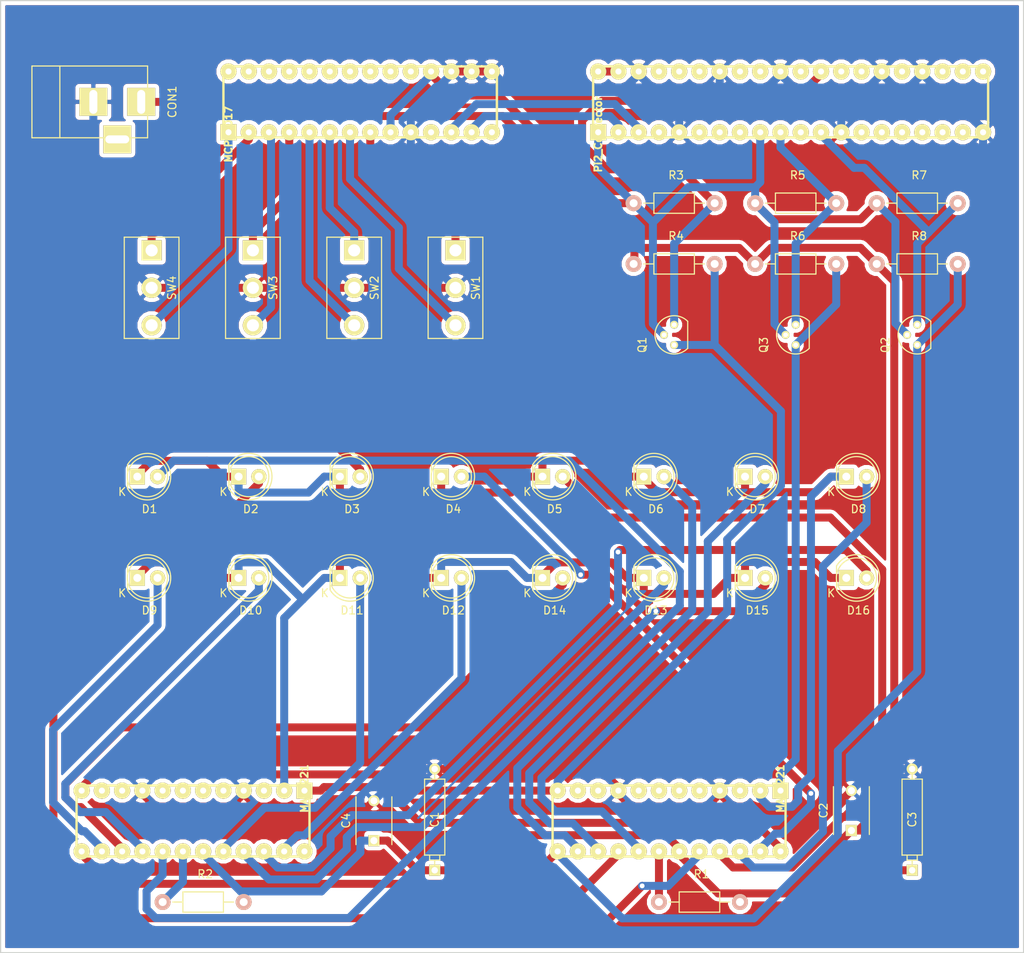
<source format=kicad_pcb>
(kicad_pcb (version 4) (host pcbnew 4.0.2-stable)
  (layers (0 F.Cu signal) (31 B.Cu signal) (34 B.Paste user) (35 F.Paste user) (36 B.SilkS user) (37 F.SilkS user) (38 B.Mask user) (39 F.Mask user) (44 Edge.Cuts user))
  (net 0 "")
  (net 1 +3V3)
  (net 2 /LEDDRIVER_CS_TTL)
  (net 3 VCC)
  (net 4 /LEDDRIVER_CS)
  (net 5 /LEDDRIVER_CLK_TTL)
  (net 6 /LEDDRIVER_CLK)
  (net 7 /LEDDRIVER_DIN_TTL)
  (net 8 /LEDDRIVER_DIN)
  (net 9 GND)
  (net 10 "Net-(CON1-Pad3)")
  (net 11 /A_DIG0)
  (net 12 /A_SEGA)
  (net 13 /B_DIG0)
  (net 14 /B_SEGA)
  (net 15 /A_SEGB)
  (net 16 /B_SEGB)
  (net 17 /A_SEGC)
  (net 18 /B_SEGC)
  (net 19 /A_SEGD)
  (net 20 /B_SEGD)
  (net 21 /A_SEGE)
  (net 22 /B_SEGE)
  (net 23 /A_SEGF)
  (net 24 /B_SEGF)
  (net 25 /A_SEGG)
  (net 26 /B_SEGG)
  (net 27 /A_SEGDP)
  (net 28 /B_SEGDP)
  (net 29 "Net-(R1-Pad1)")
  (net 30 "Net-(R2-Pad1)")
  (net 31 /A_GPB7)
  (net 32 /A_GPB6)
  (net 33 /A_GPB5)
  (net 34 /A_GPB4)
  (net 35 /A_GPB3)
  (net 36 /A_GPB2)
  (net 37 /A_GPB1)
  (net 38 /A_GPB0)
  (net 39 "Net-(U1-Pad11)")
  (net 40 /IO_SCK)
  (net 41 /IO_SDA)
  (net 42 "Net-(U1-Pad14)")
  (net 43 "Net-(U1-Pad19)")
  (net 44 "Net-(U1-Pad20)")
  (net 45 "Net-(U1-Pad21)")
  (net 46 "Net-(U1-Pad22)")
  (net 47 "Net-(U1-Pad23)")
  (net 48 "Net-(U1-Pad24)")
  (net 49 "Net-(U1-Pad25)")
  (net 50 "Net-(U1-Pad26)")
  (net 51 "Net-(U1-Pad27)")
  (net 52 "Net-(U1-Pad28)")
  (net 53 +5V)
  (net 54 "Net-(U2-Pad7)")
  (net 55 "Net-(U2-Pad8)")
  (net 56 "Net-(U2-Pad10)")
  (net 57 "Net-(U2-Pad11)")
  (net 58 "Net-(U2-Pad12)")
  (net 59 "Net-(U2-Pad13)")
  (net 60 "Net-(U2-Pad15)")
  (net 61 "Net-(U2-Pad16)")
  (net 62 "Net-(U2-Pad18)")
  (net 63 "Net-(U2-Pad21)")
  (net 64 "Net-(U2-Pad22)")
  (net 65 "Net-(U2-Pad26)")
  (net 66 "Net-(U2-Pad27)")
  (net 67 "Net-(U2-Pad28)")
  (net 68 "Net-(U2-Pad29)")
  (net 69 "Net-(U2-Pad31)")
  (net 70 "Net-(U2-Pad32)")
  (net 71 "Net-(U2-Pad33)")
  (net 72 "Net-(U2-Pad35)")
  (net 73 "Net-(U2-Pad36)")
  (net 74 "Net-(U2-Pad37)")
  (net 75 "Net-(U2-Pad38)")
  (net 76 "Net-(U2-Pad40)")
  (net 77 "Net-(U3-Pad3)")
  (net 78 "Net-(U3-Pad5)")
  (net 79 "Net-(U3-Pad6)")
  (net 80 "Net-(U3-Pad7)")
  (net 81 "Net-(U3-Pad8)")
  (net 82 "Net-(U3-Pad10)")
  (net 83 "Net-(U3-Pad11)")
  (net 84 "Net-(U3-Pad24)")
  (net 85 "Net-(U4-Pad3)")
  (net 86 "Net-(U4-Pad5)")
  (net 87 "Net-(U4-Pad6)")
  (net 88 "Net-(U4-Pad7)")
  (net 89 "Net-(U4-Pad8)")
  (net 90 "Net-(U4-Pad10)")
  (net 91 "Net-(U4-Pad11)")
  (net 92 "Net-(U4-Pad24)")
  (module Discret:CP5 (layer F.Cu) (at 68.4004 140.796 90)
    (fp_text reference C1 (at 0 0 90) (layer F.SilkS))
    (fp_text value 10uF)
    (pad 1 thru_hole rect (at -6.35 0 90) (size 1.397 1.397) (drill 0.8128) (layers *.Cu *.Mask F.SilkS) (net 3 VCC))
    (pad 2 thru_hole circle (at 6.35 0 90) (size 1.397 1.397) (drill 0.8128) (layers *.Cu *.Mask F.SilkS) (net 9 GND))
  )
  (module Capacitors_ThroughHole:C_Disc_D6_P5 (layer F.Cu) (at 120.65 142.16 90)
    (fp_text reference C2 (at 2.5 -3.5 90) (layer F.SilkS))
    (fp_text value 0.1uF)
    (pad 1 thru_hole rect (at 0 0 90) (size 1.4 1.4) (drill 0.9) (layers *.Cu *.Mask F.SilkS) (net 3 VCC))
    (pad 2 thru_hole circle (at 5 0 90) (size 1.4 1.4) (drill 0.9) (layers *.Cu *.Mask F.SilkS) (net 9 GND))
  )
  (module Discret:CP5 (layer F.Cu) (at 128.27 140.796 90)
    (fp_text reference C3 (at 0 0 90) (layer F.SilkS))
    (fp_text value 10uF)
    (pad 1 thru_hole rect (at -6.35 0 90) (size 1.397 1.397) (drill 0.8128) (layers *.Cu *.Mask F.SilkS) (net 3 VCC))
    (pad 2 thru_hole circle (at 6.35 0 90) (size 1.397 1.397) (drill 0.8128) (layers *.Cu *.Mask F.SilkS) (net 9 GND))
  )
  (module Capacitors_ThroughHole:C_Disc_D6_P5 (layer F.Cu) (at 60.7804 143.43 90)
    (fp_text reference C4 (at 2.5 -3.5 90) (layer F.SilkS))
    (fp_text value 0.1uF)
    (pad 1 thru_hole rect (at 0 0 90) (size 1.4 1.4) (drill 0.9) (layers *.Cu *.Mask F.SilkS) (net 3 VCC))
    (pad 2 thru_hole circle (at 5 0 90) (size 1.4 1.4) (drill 0.9) (layers *.Cu *.Mask F.SilkS) (net 9 GND))
  )
  (module Connect:BARREL_JACK (layer F.Cu) (at 25.4 50.8)
    (fp_text reference CON1 (at 10.09904 0 90) (layer F.SilkS))
    (fp_text value BARREL_JACK)
    (pad 1 thru_hole rect (at 6.20014 0) (size 3.50012 3.50012) (drill oval 1.00076 2.99974) (layers *.Cu *.Mask F.SilkS) (net 3 VCC))
    (pad 2 thru_hole rect (at 0.20066 0) (size 3.50012 3.50012) (drill oval 1.00076 2.99974) (layers *.Cu *.Mask F.SilkS) (net 9 GND))
    (pad 3 thru_hole rect (at 3.2004 4.699) (size 3.50012 3.50012) (drill oval 2.99974 1.00076) (layers *.Cu *.Mask F.SilkS) (net 10 "Net-(CON1-Pad3)"))
  )
  (module LEDs:LED-5MM (layer F.Cu) (at 31.115 97.79)
    (fp_text reference D1 (at 1.524 4.064) (layer F.SilkS))
    (fp_text value LED)
    (fp_text user K (at -1.905 1.905) (layer F.SilkS))
    (pad 1 thru_hole rect (at 0 0 90) (size 2 1.9) (drill 1.00076) (layers *.Cu *.Mask F.SilkS) (net 11 /A_DIG0))
    (pad 2 thru_hole circle (at 2.54 0) (size 1.9 1.9) (drill 1.00076) (layers *.Cu *.Mask F.SilkS) (net 12 /A_SEGA))
  )
  (module LEDs:LED-5MM (layer F.Cu) (at 43.815 97.79)
    (fp_text reference D2 (at 1.524 4.064) (layer F.SilkS))
    (fp_text value LED)
    (fp_text user K (at -1.905 1.905) (layer F.SilkS))
    (pad 1 thru_hole rect (at 0 0 90) (size 2 1.9) (drill 1.00076) (layers *.Cu *.Mask F.SilkS) (net 11 /A_DIG0))
    (pad 2 thru_hole circle (at 2.54 0) (size 1.9 1.9) (drill 1.00076) (layers *.Cu *.Mask F.SilkS) (net 15 /A_SEGB))
  )
  (module LEDs:LED-5MM (layer F.Cu) (at 56.515 97.79)
    (fp_text reference D3 (at 1.524 4.064) (layer F.SilkS))
    (fp_text value LED)
    (fp_text user K (at -1.905 1.905) (layer F.SilkS))
    (pad 1 thru_hole rect (at 0 0 90) (size 2 1.9) (drill 1.00076) (layers *.Cu *.Mask F.SilkS) (net 11 /A_DIG0))
    (pad 2 thru_hole circle (at 2.54 0) (size 1.9 1.9) (drill 1.00076) (layers *.Cu *.Mask F.SilkS) (net 17 /A_SEGC))
  )
  (module LEDs:LED-5MM (layer F.Cu) (at 69.215 97.79)
    (fp_text reference D4 (at 1.524 4.064) (layer F.SilkS))
    (fp_text value LED)
    (fp_text user K (at -1.905 1.905) (layer F.SilkS))
    (pad 1 thru_hole rect (at 0 0 90) (size 2 1.9) (drill 1.00076) (layers *.Cu *.Mask F.SilkS) (net 11 /A_DIG0))
    (pad 2 thru_hole circle (at 2.54 0) (size 1.9 1.9) (drill 1.00076) (layers *.Cu *.Mask F.SilkS) (net 19 /A_SEGD))
  )
  (module LEDs:LED-5MM (layer F.Cu) (at 81.915 97.79)
    (fp_text reference D5 (at 1.524 4.064) (layer F.SilkS))
    (fp_text value LED)
    (fp_text user K (at -1.905 1.905) (layer F.SilkS))
    (pad 1 thru_hole rect (at 0 0 90) (size 2 1.9) (drill 1.00076) (layers *.Cu *.Mask F.SilkS) (net 11 /A_DIG0))
    (pad 2 thru_hole circle (at 2.54 0) (size 1.9 1.9) (drill 1.00076) (layers *.Cu *.Mask F.SilkS) (net 21 /A_SEGE))
  )
  (module LEDs:LED-5MM (layer F.Cu) (at 94.615 97.79)
    (fp_text reference D6 (at 1.524 4.064) (layer F.SilkS))
    (fp_text value LED)
    (fp_text user K (at -1.905 1.905) (layer F.SilkS))
    (pad 1 thru_hole rect (at 0 0 90) (size 2 1.9) (drill 1.00076) (layers *.Cu *.Mask F.SilkS) (net 11 /A_DIG0))
    (pad 2 thru_hole circle (at 2.54 0) (size 1.9 1.9) (drill 1.00076) (layers *.Cu *.Mask F.SilkS) (net 23 /A_SEGF))
  )
  (module LEDs:LED-5MM (layer F.Cu) (at 107.315 97.79)
    (fp_text reference D7 (at 1.524 4.064) (layer F.SilkS))
    (fp_text value LED)
    (fp_text user K (at -1.905 1.905) (layer F.SilkS))
    (pad 1 thru_hole rect (at 0 0 90) (size 2 1.9) (drill 1.00076) (layers *.Cu *.Mask F.SilkS) (net 11 /A_DIG0))
    (pad 2 thru_hole circle (at 2.54 0) (size 1.9 1.9) (drill 1.00076) (layers *.Cu *.Mask F.SilkS) (net 25 /A_SEGG))
  )
  (module LEDs:LED-5MM (layer F.Cu) (at 120.015 97.79)
    (fp_text reference D8 (at 1.524 4.064) (layer F.SilkS))
    (fp_text value LED)
    (fp_text user K (at -1.905 1.905) (layer F.SilkS))
    (pad 1 thru_hole rect (at 0 0 90) (size 2 1.9) (drill 1.00076) (layers *.Cu *.Mask F.SilkS) (net 11 /A_DIG0))
    (pad 2 thru_hole circle (at 2.54 0) (size 1.9 1.9) (drill 1.00076) (layers *.Cu *.Mask F.SilkS) (net 27 /A_SEGDP))
  )
  (module LEDs:LED-5MM (layer F.Cu) (at 31.115 110.49)
    (fp_text reference D9 (at 1.524 4.064) (layer F.SilkS))
    (fp_text value LED)
    (fp_text user K (at -1.905 1.905) (layer F.SilkS))
    (pad 1 thru_hole rect (at 0 0 90) (size 2 1.9) (drill 1.00076) (layers *.Cu *.Mask F.SilkS) (net 13 /B_DIG0))
    (pad 2 thru_hole circle (at 2.54 0) (size 1.9 1.9) (drill 1.00076) (layers *.Cu *.Mask F.SilkS) (net 14 /B_SEGA))
  )
  (module LEDs:LED-5MM (layer F.Cu) (at 43.815 110.49)
    (fp_text reference D10 (at 1.524 4.064) (layer F.SilkS))
    (fp_text value LED)
    (fp_text user K (at -1.905 1.905) (layer F.SilkS))
    (pad 1 thru_hole rect (at 0 0 90) (size 2 1.9) (drill 1.00076) (layers *.Cu *.Mask F.SilkS) (net 13 /B_DIG0))
    (pad 2 thru_hole circle (at 2.54 0) (size 1.9 1.9) (drill 1.00076) (layers *.Cu *.Mask F.SilkS) (net 16 /B_SEGB))
  )
  (module LEDs:LED-5MM (layer F.Cu) (at 56.515 110.49)
    (fp_text reference D11 (at 1.524 4.064) (layer F.SilkS))
    (fp_text value LED)
    (fp_text user K (at -1.905 1.905) (layer F.SilkS))
    (pad 1 thru_hole rect (at 0 0 90) (size 2 1.9) (drill 1.00076) (layers *.Cu *.Mask F.SilkS) (net 13 /B_DIG0))
    (pad 2 thru_hole circle (at 2.54 0) (size 1.9 1.9) (drill 1.00076) (layers *.Cu *.Mask F.SilkS) (net 18 /B_SEGC))
  )
  (module LEDs:LED-5MM (layer F.Cu) (at 69.215 110.49)
    (fp_text reference D12 (at 1.524 4.064) (layer F.SilkS))
    (fp_text value LED)
    (fp_text user K (at -1.905 1.905) (layer F.SilkS))
    (pad 1 thru_hole rect (at 0 0 90) (size 2 1.9) (drill 1.00076) (layers *.Cu *.Mask F.SilkS) (net 13 /B_DIG0))
    (pad 2 thru_hole circle (at 2.54 0) (size 1.9 1.9) (drill 1.00076) (layers *.Cu *.Mask F.SilkS) (net 20 /B_SEGD))
  )
  (module LEDs:LED-5MM (layer F.Cu) (at 94.615 110.49)
    (fp_text reference D13 (at 1.524 4.064) (layer F.SilkS))
    (fp_text value LED)
    (fp_text user K (at -1.905 1.905) (layer F.SilkS))
    (pad 1 thru_hole rect (at 0 0 90) (size 2 1.9) (drill 1.00076) (layers *.Cu *.Mask F.SilkS) (net 13 /B_DIG0))
    (pad 2 thru_hole circle (at 2.54 0) (size 1.9 1.9) (drill 1.00076) (layers *.Cu *.Mask F.SilkS) (net 22 /B_SEGE))
  )
  (module LEDs:LED-5MM (layer F.Cu) (at 81.915 110.49)
    (fp_text reference D14 (at 1.524 4.064) (layer F.SilkS))
    (fp_text value LED)
    (fp_text user K (at -1.905 1.905) (layer F.SilkS))
    (pad 1 thru_hole rect (at 0 0 90) (size 2 1.9) (drill 1.00076) (layers *.Cu *.Mask F.SilkS) (net 13 /B_DIG0))
    (pad 2 thru_hole circle (at 2.54 0) (size 1.9 1.9) (drill 1.00076) (layers *.Cu *.Mask F.SilkS) (net 24 /B_SEGF))
  )
  (module LEDs:LED-5MM (layer F.Cu) (at 107.315 110.49)
    (fp_text reference D15 (at 1.524 4.064) (layer F.SilkS))
    (fp_text value LED)
    (fp_text user K (at -1.905 1.905) (layer F.SilkS))
    (pad 1 thru_hole rect (at 0 0 90) (size 2 1.9) (drill 1.00076) (layers *.Cu *.Mask F.SilkS) (net 13 /B_DIG0))
    (pad 2 thru_hole circle (at 2.54 0) (size 1.9 1.9) (drill 1.00076) (layers *.Cu *.Mask F.SilkS) (net 26 /B_SEGG))
  )
  (module LEDs:LED-5MM (layer F.Cu) (at 120.015 110.49)
    (fp_text reference D16 (at 1.524 4.064) (layer F.SilkS))
    (fp_text value LED)
    (fp_text user K (at -1.905 1.905) (layer F.SilkS))
    (pad 1 thru_hole rect (at 0 0 90) (size 2 1.9) (drill 1.00076) (layers *.Cu *.Mask F.SilkS) (net 13 /B_DIG0))
    (pad 2 thru_hole circle (at 2.54 0) (size 1.9 1.9) (drill 1.00076) (layers *.Cu *.Mask F.SilkS) (net 28 /B_SEGDP))
  )
  (module Resistors_ThroughHole:Resistor_Horizontal_RM10mm (layer F.Cu) (at 96.52 151.13)
    (fp_text reference R1 (at 5.32892 -3.50012) (layer F.SilkS))
    (fp_text value 25K)
    (pad 1 thru_hole circle (at 0 0) (size 1.99898 1.99898) (drill 1.00076) (layers *.Cu *.SilkS *.Mask) (net 29 "Net-(R1-Pad1)"))
    (pad 2 thru_hole circle (at 10.16 0) (size 1.99898 1.99898) (drill 1.00076) (layers *.Cu *.SilkS *.Mask) (net 3 VCC))
  )
  (module Resistors_ThroughHole:Resistor_Horizontal_RM10mm (layer F.Cu) (at 34.29 151.13)
    (fp_text reference R2 (at 5.32892 -3.50012) (layer F.SilkS))
    (fp_text value 25K)
    (pad 1 thru_hole circle (at 0 0) (size 1.99898 1.99898) (drill 1.00076) (layers *.Cu *.SilkS *.Mask) (net 30 "Net-(R2-Pad1)"))
    (pad 2 thru_hole circle (at 10.16 0) (size 1.99898 1.99898) (drill 1.00076) (layers *.Cu *.SilkS *.Mask) (net 3 VCC))
  )
  (module DIL28:DIL28 (layer F.Cu) (at 42.545 54.61)
    (fp_text reference U1 (at 0 -0.254 270) (layer F.SilkS) (effects (font (size 0.889 0.889) (thickness 0.3048))))
    (fp_text value MCP23017 (at 0 0.254 270) (layer F.SilkS) (effects (font (size 0.889 0.889) (thickness 0.3048))))
    (pad 1 thru_hole rect (at 0 0) (size 2.032 2.032) (drill 0.762) (layers *.Cu *.Mask F.SilkS) (net 38 /A_GPB0))
    (pad 2 thru_hole circle (at 2.54 0) (size 2.032 2.032) (drill 0.762) (layers *.Cu *.Mask F.SilkS) (net 37 /A_GPB1))
    (pad 3 thru_hole circle (at 5.08 0) (size 2.032 2.032) (drill 0.762) (layers *.Cu *.Mask F.SilkS) (net 36 /A_GPB2))
    (pad 4 thru_hole circle (at 7.62 0) (size 2.032 2.032) (drill 0.762) (layers *.Cu *.Mask F.SilkS) (net 35 /A_GPB3))
    (pad 5 thru_hole circle (at 10.16 0) (size 2.032 2.032) (drill 0.762) (layers *.Cu *.Mask F.SilkS) (net 34 /A_GPB4))
    (pad 6 thru_hole circle (at 12.7 0) (size 2.032 2.032) (drill 0.762) (layers *.Cu *.Mask F.SilkS) (net 33 /A_GPB5))
    (pad 7 thru_hole circle (at 15.24 0) (size 2.032 2.032) (drill 0.762) (layers *.Cu *.Mask F.SilkS) (net 32 /A_GPB6))
    (pad 8 thru_hole circle (at 17.78 0) (size 2.032 2.032) (drill 0.762) (layers *.Cu *.Mask F.SilkS) (net 31 /A_GPB7))
    (pad 9 thru_hole circle (at 20.32 0) (size 2.032 2.032) (drill 0.762) (layers *.Cu *.Mask F.SilkS) (net 1 +3V3))
    (pad 10 thru_hole circle (at 22.86 0) (size 2.032 2.032) (drill 0.762) (layers *.Cu *.Mask F.SilkS) (net 9 GND))
    (pad 11 thru_hole circle (at 25.4 0) (size 2.032 2.032) (drill 0.762) (layers *.Cu *.Mask F.SilkS) (net 39 "Net-(U1-Pad11)"))
    (pad 12 thru_hole circle (at 27.94 0) (size 2.032 2.032) (drill 0.762) (layers *.Cu *.Mask F.SilkS) (net 40 /IO_SCK))
    (pad 13 thru_hole circle (at 30.48 0) (size 2.032 2.032) (drill 0.762) (layers *.Cu *.Mask F.SilkS) (net 41 /IO_SDA))
    (pad 14 thru_hole circle (at 33.02 0) (size 2.032 2.032) (drill 0.762) (layers *.Cu *.Mask F.SilkS) (net 42 "Net-(U1-Pad14)"))
    (pad 15 thru_hole circle (at 33.02 -7.62 180) (size 2.032 2.032) (drill 0.762) (layers *.Cu *.Mask F.SilkS) (net 9 GND))
    (pad 16 thru_hole circle (at 30.48 -7.62 180) (size 2.032 2.032) (drill 0.762) (layers *.Cu *.Mask F.SilkS) (net 9 GND))
    (pad 17 thru_hole circle (at 27.94 -7.62 180) (size 2.032 2.032) (drill 0.762) (layers *.Cu *.Mask F.SilkS) (net 9 GND))
    (pad 18 thru_hole circle (at 25.4 -7.62 180) (size 2.032 2.032) (drill 0.762) (layers *.Cu *.Mask F.SilkS) (net 1 +3V3))
    (pad 19 thru_hole circle (at 22.86 -7.62 180) (size 2.032 2.032) (drill 0.762) (layers *.Cu *.Mask F.SilkS) (net 43 "Net-(U1-Pad19)"))
    (pad 20 thru_hole circle (at 20.32 -7.62 180) (size 2.032 2.032) (drill 0.762) (layers *.Cu *.Mask F.SilkS) (net 44 "Net-(U1-Pad20)"))
    (pad 21 thru_hole circle (at 17.78 -7.62 180) (size 2.032 2.032) (drill 0.762) (layers *.Cu *.Mask F.SilkS) (net 45 "Net-(U1-Pad21)"))
    (pad 22 thru_hole circle (at 15.24 -7.62 180) (size 2.032 2.032) (drill 0.762) (layers *.Cu *.Mask F.SilkS) (net 46 "Net-(U1-Pad22)"))
    (pad 23 thru_hole circle (at 12.7 -7.62 180) (size 2.032 2.032) (drill 0.762) (layers *.Cu *.Mask F.SilkS) (net 47 "Net-(U1-Pad23)"))
    (pad 24 thru_hole circle (at 10.16 -7.62 180) (size 2.032 2.032) (drill 0.762) (layers *.Cu *.Mask F.SilkS) (net 48 "Net-(U1-Pad24)"))
    (pad 25 thru_hole circle (at 7.62 -7.62 180) (size 2.032 2.032) (drill 0.762) (layers *.Cu *.Mask F.SilkS) (net 49 "Net-(U1-Pad25)"))
    (pad 26 thru_hole circle (at 5.08 -7.62 180) (size 2.032 2.032) (drill 0.762) (layers *.Cu *.Mask F.SilkS) (net 50 "Net-(U1-Pad26)"))
    (pad 27 thru_hole circle (at 2.54 -7.62 180) (size 2.032 2.032) (drill 0.762) (layers *.Cu *.Mask F.SilkS) (net 51 "Net-(U1-Pad27)"))
    (pad 28 thru_hole circle (at 0 -7.62 180) (size 2.032 2.032) (drill 0.762) (layers *.Cu *.Mask F.SilkS) (net 52 "Net-(U1-Pad28)"))
  )
  (module CONN_02x20:CONN_02x20 (layer F.Cu) (at 88.9 54.61)
    (fp_text reference U2 (at 0 -0.254 270) (layer F.SilkS) (effects (font (size 0.889 0.889) (thickness 0.3048))))
    (fp_text value Pi2_Connector (at 0 0.254 270) (layer F.SilkS) (effects (font (size 0.889 0.889) (thickness 0.3048))))
    (pad 1 thru_hole rect (at 0 0) (size 2.032 2.032) (drill 0.762) (layers *.Cu *.Mask F.SilkS) (net 1 +3V3))
    (pad 2 thru_hole circle (at 0 -7.62 180) (size 2.032 2.032) (drill 0.762) (layers *.Cu *.Mask F.SilkS) (net 53 +5V))
    (pad 3 thru_hole circle (at 2.54 0) (size 2.032 2.032) (drill 0.762) (layers *.Cu *.Mask F.SilkS) (net 41 /IO_SDA))
    (pad 4 thru_hole circle (at 2.54 -7.62 180) (size 2.032 2.032) (drill 0.762) (layers *.Cu *.Mask F.SilkS) (net 53 +5V))
    (pad 5 thru_hole circle (at 5.08 0) (size 2.032 2.032) (drill 0.762) (layers *.Cu *.Mask F.SilkS) (net 40 /IO_SCK))
    (pad 6 thru_hole circle (at 5.08 -7.62 180) (size 2.032 2.032) (drill 0.762) (layers *.Cu *.Mask F.SilkS) (net 9 GND))
    (pad 7 thru_hole circle (at 7.62 0) (size 2.032 2.032) (drill 0.762) (layers *.Cu *.Mask F.SilkS) (net 54 "Net-(U2-Pad7)"))
    (pad 8 thru_hole circle (at 7.62 -7.62 180) (size 2.032 2.032) (drill 0.762) (layers *.Cu *.Mask F.SilkS) (net 55 "Net-(U2-Pad8)"))
    (pad 9 thru_hole circle (at 10.16 0) (size 2.032 2.032) (drill 0.762) (layers *.Cu *.Mask F.SilkS) (net 9 GND))
    (pad 10 thru_hole circle (at 10.16 -7.62 180) (size 2.032 2.032) (drill 0.762) (layers *.Cu *.Mask F.SilkS) (net 56 "Net-(U2-Pad10)"))
    (pad 11 thru_hole circle (at 12.7 0) (size 2.032 2.032) (drill 0.762) (layers *.Cu *.Mask F.SilkS) (net 57 "Net-(U2-Pad11)"))
    (pad 12 thru_hole circle (at 12.7 -7.62 180) (size 2.032 2.032) (drill 0.762) (layers *.Cu *.Mask F.SilkS) (net 58 "Net-(U2-Pad12)"))
    (pad 13 thru_hole circle (at 15.24 0) (size 2.032 2.032) (drill 0.762) (layers *.Cu *.Mask F.SilkS) (net 59 "Net-(U2-Pad13)"))
    (pad 14 thru_hole circle (at 15.24 -7.62 180) (size 2.032 2.032) (drill 0.762) (layers *.Cu *.Mask F.SilkS) (net 9 GND))
    (pad 15 thru_hole circle (at 17.78 0) (size 2.032 2.032) (drill 0.762) (layers *.Cu *.Mask F.SilkS) (net 60 "Net-(U2-Pad15)"))
    (pad 16 thru_hole circle (at 17.78 -7.62 180) (size 2.032 2.032) (drill 0.762) (layers *.Cu *.Mask F.SilkS) (net 61 "Net-(U2-Pad16)"))
    (pad 17 thru_hole circle (at 20.32 0) (size 2.032 2.032) (drill 0.762) (layers *.Cu *.Mask F.SilkS) (net 1 +3V3))
    (pad 18 thru_hole circle (at 20.32 -7.62 180) (size 2.032 2.032) (drill 0.762) (layers *.Cu *.Mask F.SilkS) (net 62 "Net-(U2-Pad18)"))
    (pad 19 thru_hole circle (at 22.86 0) (size 2.032 2.032) (drill 0.762) (layers *.Cu *.Mask F.SilkS) (net 7 /LEDDRIVER_DIN_TTL))
    (pad 20 thru_hole circle (at 22.86 -7.62 180) (size 2.032 2.032) (drill 0.762) (layers *.Cu *.Mask F.SilkS) (net 9 GND))
    (pad 21 thru_hole circle (at 25.4 0) (size 2.032 2.032) (drill 0.762) (layers *.Cu *.Mask F.SilkS) (net 63 "Net-(U2-Pad21)"))
    (pad 22 thru_hole circle (at 25.4 -7.62 180) (size 2.032 2.032) (drill 0.762) (layers *.Cu *.Mask F.SilkS) (net 64 "Net-(U2-Pad22)"))
    (pad 23 thru_hole circle (at 27.94 0) (size 2.032 2.032) (drill 0.762) (layers *.Cu *.Mask F.SilkS) (net 5 /LEDDRIVER_CLK_TTL))
    (pad 24 thru_hole circle (at 27.94 -7.62 180) (size 2.032 2.032) (drill 0.762) (layers *.Cu *.Mask F.SilkS) (net 2 /LEDDRIVER_CS_TTL))
    (pad 25 thru_hole circle (at 30.48 0) (size 2.032 2.032) (drill 0.762) (layers *.Cu *.Mask F.SilkS) (net 9 GND))
    (pad 26 thru_hole circle (at 30.48 -7.62 180) (size 2.032 2.032) (drill 0.762) (layers *.Cu *.Mask F.SilkS) (net 65 "Net-(U2-Pad26)"))
    (pad 27 thru_hole circle (at 33.02 0) (size 2.032 2.032) (drill 0.762) (layers *.Cu *.Mask F.SilkS) (net 66 "Net-(U2-Pad27)"))
    (pad 28 thru_hole circle (at 33.02 -7.62 180) (size 2.032 2.032) (drill 0.762) (layers *.Cu *.Mask F.SilkS) (net 67 "Net-(U2-Pad28)"))
    (pad 29 thru_hole circle (at 35.56 0) (size 2.032 2.032) (drill 0.762) (layers *.Cu *.Mask F.SilkS) (net 68 "Net-(U2-Pad29)"))
    (pad 30 thru_hole circle (at 35.56 -7.62 180) (size 2.032 2.032) (drill 0.762) (layers *.Cu *.Mask F.SilkS) (net 9 GND))
    (pad 31 thru_hole circle (at 38.1 0) (size 2.032 2.032) (drill 0.762) (layers *.Cu *.Mask F.SilkS) (net 69 "Net-(U2-Pad31)"))
    (pad 32 thru_hole circle (at 38.1 -7.62 180) (size 2.032 2.032) (drill 0.762) (layers *.Cu *.Mask F.SilkS) (net 70 "Net-(U2-Pad32)"))
    (pad 33 thru_hole circle (at 40.64 0) (size 2.032 2.032) (drill 0.762) (layers *.Cu *.Mask F.SilkS) (net 71 "Net-(U2-Pad33)"))
    (pad 34 thru_hole circle (at 40.64 -7.62 180) (size 2.032 2.032) (drill 0.762) (layers *.Cu *.Mask F.SilkS) (net 9 GND))
    (pad 35 thru_hole circle (at 43.18 0) (size 2.032 2.032) (drill 0.762) (layers *.Cu *.Mask F.SilkS) (net 72 "Net-(U2-Pad35)"))
    (pad 36 thru_hole circle (at 43.18 -7.62 180) (size 2.032 2.032) (drill 0.762) (layers *.Cu *.Mask F.SilkS) (net 73 "Net-(U2-Pad36)"))
    (pad 37 thru_hole circle (at 45.72 0) (size 2.032 2.032) (drill 0.762) (layers *.Cu *.Mask F.SilkS) (net 74 "Net-(U2-Pad37)"))
    (pad 38 thru_hole circle (at 45.72 -7.62 180) (size 2.032 2.032) (drill 0.762) (layers *.Cu *.Mask F.SilkS) (net 75 "Net-(U2-Pad38)"))
    (pad 39 thru_hole circle (at 48.26 0) (size 2.032 2.032) (drill 0.762) (layers *.Cu *.Mask F.SilkS) (net 9 GND))
    (pad 40 thru_hole circle (at 48.26 -7.62 180) (size 2.032 2.032) (drill 0.762) (layers *.Cu *.Mask F.SilkS) (net 76 "Net-(U2-Pad40)"))
  )
  (module DIL24:DIL24 (layer F.Cu) (at 111.76 137.16 180)
    (fp_text reference U3 (at 0 -0.254 450) (layer F.SilkS) (effects (font (size 0.889 0.889) (thickness 0.3048))))
    (fp_text value MAX7221 (at 0 0.254 450) (layer F.SilkS) (effects (font (size 0.889 0.889) (thickness 0.3048))))
    (pad 1 thru_hole rect (at 0 0 180) (size 2.032 2.032) (drill 0.762) (layers *.Cu *.Mask F.SilkS) (net 8 /LEDDRIVER_DIN))
    (pad 2 thru_hole circle (at 2.54 0 180) (size 2.032 2.032) (drill 0.762) (layers *.Cu *.Mask F.SilkS) (net 11 /A_DIG0))
    (pad 3 thru_hole circle (at 5.08 0 180) (size 2.032 2.032) (drill 0.762) (layers *.Cu *.Mask F.SilkS) (net 77 "Net-(U3-Pad3)"))
    (pad 4 thru_hole circle (at 7.62 0 180) (size 2.032 2.032) (drill 0.762) (layers *.Cu *.Mask F.SilkS) (net 9 GND))
    (pad 5 thru_hole circle (at 10.16 0 180) (size 2.032 2.032) (drill 0.762) (layers *.Cu *.Mask F.SilkS) (net 78 "Net-(U3-Pad5)"))
    (pad 6 thru_hole circle (at 12.7 0 180) (size 2.032 2.032) (drill 0.762) (layers *.Cu *.Mask F.SilkS) (net 79 "Net-(U3-Pad6)"))
    (pad 7 thru_hole circle (at 15.24 0 180) (size 2.032 2.032) (drill 0.762) (layers *.Cu *.Mask F.SilkS) (net 80 "Net-(U3-Pad7)"))
    (pad 8 thru_hole circle (at 17.78 0 180) (size 2.032 2.032) (drill 0.762) (layers *.Cu *.Mask F.SilkS) (net 81 "Net-(U3-Pad8)"))
    (pad 9 thru_hole circle (at 20.32 0 180) (size 2.032 2.032) (drill 0.762) (layers *.Cu *.Mask F.SilkS) (net 9 GND))
    (pad 10 thru_hole circle (at 22.86 0 180) (size 2.032 2.032) (drill 0.762) (layers *.Cu *.Mask F.SilkS) (net 82 "Net-(U3-Pad10)"))
    (pad 11 thru_hole circle (at 25.4 0 180) (size 2.032 2.032) (drill 0.762) (layers *.Cu *.Mask F.SilkS) (net 83 "Net-(U3-Pad11)"))
    (pad 12 thru_hole circle (at 27.94 0 180) (size 2.032 2.032) (drill 0.762) (layers *.Cu *.Mask F.SilkS) (net 4 /LEDDRIVER_CS))
    (pad 13 thru_hole circle (at 27.94 -7.62) (size 2.032 2.032) (drill 0.762) (layers *.Cu *.Mask F.SilkS) (net 6 /LEDDRIVER_CLK))
    (pad 14 thru_hole circle (at 25.4 -7.62) (size 2.032 2.032) (drill 0.762) (layers *.Cu *.Mask F.SilkS) (net 12 /A_SEGA))
    (pad 15 thru_hole circle (at 22.86 -7.62) (size 2.032 2.032) (drill 0.762) (layers *.Cu *.Mask F.SilkS) (net 23 /A_SEGF))
    (pad 16 thru_hole circle (at 20.32 -7.62) (size 2.032 2.032) (drill 0.762) (layers *.Cu *.Mask F.SilkS) (net 15 /A_SEGB))
    (pad 17 thru_hole circle (at 17.78 -7.62) (size 2.032 2.032) (drill 0.762) (layers *.Cu *.Mask F.SilkS) (net 25 /A_SEGG))
    (pad 18 thru_hole circle (at 15.24 -7.62) (size 2.032 2.032) (drill 0.762) (layers *.Cu *.Mask F.SilkS) (net 29 "Net-(R1-Pad1)"))
    (pad 19 thru_hole circle (at 12.7 -7.62) (size 2.032 2.032) (drill 0.762) (layers *.Cu *.Mask F.SilkS) (net 3 VCC))
    (pad 20 thru_hole circle (at 10.16 -7.62) (size 2.032 2.032) (drill 0.762) (layers *.Cu *.Mask F.SilkS) (net 17 /A_SEGC))
    (pad 21 thru_hole circle (at 7.62 -7.62) (size 2.032 2.032) (drill 0.762) (layers *.Cu *.Mask F.SilkS) (net 21 /A_SEGE))
    (pad 22 thru_hole circle (at 5.08 -7.62) (size 2.032 2.032) (drill 0.762) (layers *.Cu *.Mask F.SilkS) (net 27 /A_SEGDP))
    (pad 23 thru_hole circle (at 2.54 -7.62) (size 2.032 2.032) (drill 0.762) (layers *.Cu *.Mask F.SilkS) (net 19 /A_SEGD))
    (pad 24 thru_hole circle (at 0 -7.62) (size 2.032 2.032) (drill 0.762) (layers *.Cu *.Mask F.SilkS) (net 84 "Net-(U3-Pad24)"))
  )
  (module DIL24:DIL24 (layer F.Cu) (at 52.07 137.16 180)
    (fp_text reference U4 (at 0 -0.254 450) (layer F.SilkS) (effects (font (size 0.889 0.889) (thickness 0.3048))))
    (fp_text value MAX7221 (at 0 0.254 450) (layer F.SilkS) (effects (font (size 0.889 0.889) (thickness 0.3048))))
    (pad 1 thru_hole rect (at 0 0 180) (size 2.032 2.032) (drill 0.762) (layers *.Cu *.Mask F.SilkS) (net 84 "Net-(U3-Pad24)"))
    (pad 2 thru_hole circle (at 2.54 0 180) (size 2.032 2.032) (drill 0.762) (layers *.Cu *.Mask F.SilkS) (net 13 /B_DIG0))
    (pad 3 thru_hole circle (at 5.08 0 180) (size 2.032 2.032) (drill 0.762) (layers *.Cu *.Mask F.SilkS) (net 85 "Net-(U4-Pad3)"))
    (pad 4 thru_hole circle (at 7.62 0 180) (size 2.032 2.032) (drill 0.762) (layers *.Cu *.Mask F.SilkS) (net 9 GND))
    (pad 5 thru_hole circle (at 10.16 0 180) (size 2.032 2.032) (drill 0.762) (layers *.Cu *.Mask F.SilkS) (net 86 "Net-(U4-Pad5)"))
    (pad 6 thru_hole circle (at 12.7 0 180) (size 2.032 2.032) (drill 0.762) (layers *.Cu *.Mask F.SilkS) (net 87 "Net-(U4-Pad6)"))
    (pad 7 thru_hole circle (at 15.24 0 180) (size 2.032 2.032) (drill 0.762) (layers *.Cu *.Mask F.SilkS) (net 88 "Net-(U4-Pad7)"))
    (pad 8 thru_hole circle (at 17.78 0 180) (size 2.032 2.032) (drill 0.762) (layers *.Cu *.Mask F.SilkS) (net 89 "Net-(U4-Pad8)"))
    (pad 9 thru_hole circle (at 20.32 0 180) (size 2.032 2.032) (drill 0.762) (layers *.Cu *.Mask F.SilkS) (net 9 GND))
    (pad 10 thru_hole circle (at 22.86 0 180) (size 2.032 2.032) (drill 0.762) (layers *.Cu *.Mask F.SilkS) (net 90 "Net-(U4-Pad10)"))
    (pad 11 thru_hole circle (at 25.4 0 180) (size 2.032 2.032) (drill 0.762) (layers *.Cu *.Mask F.SilkS) (net 91 "Net-(U4-Pad11)"))
    (pad 12 thru_hole circle (at 27.94 0 180) (size 2.032 2.032) (drill 0.762) (layers *.Cu *.Mask F.SilkS) (net 4 /LEDDRIVER_CS))
    (pad 13 thru_hole circle (at 27.94 -7.62) (size 2.032 2.032) (drill 0.762) (layers *.Cu *.Mask F.SilkS) (net 6 /LEDDRIVER_CLK))
    (pad 14 thru_hole circle (at 25.4 -7.62) (size 2.032 2.032) (drill 0.762) (layers *.Cu *.Mask F.SilkS) (net 14 /B_SEGA))
    (pad 15 thru_hole circle (at 22.86 -7.62) (size 2.032 2.032) (drill 0.762) (layers *.Cu *.Mask F.SilkS) (net 24 /B_SEGF))
    (pad 16 thru_hole circle (at 20.32 -7.62) (size 2.032 2.032) (drill 0.762) (layers *.Cu *.Mask F.SilkS) (net 16 /B_SEGB))
    (pad 17 thru_hole circle (at 17.78 -7.62) (size 2.032 2.032) (drill 0.762) (layers *.Cu *.Mask F.SilkS) (net 26 /B_SEGG))
    (pad 18 thru_hole circle (at 15.24 -7.62) (size 2.032 2.032) (drill 0.762) (layers *.Cu *.Mask F.SilkS) (net 30 "Net-(R2-Pad1)"))
    (pad 19 thru_hole circle (at 12.7 -7.62) (size 2.032 2.032) (drill 0.762) (layers *.Cu *.Mask F.SilkS) (net 3 VCC))
    (pad 20 thru_hole circle (at 10.16 -7.62) (size 2.032 2.032) (drill 0.762) (layers *.Cu *.Mask F.SilkS) (net 18 /B_SEGC))
    (pad 21 thru_hole circle (at 7.62 -7.62) (size 2.032 2.032) (drill 0.762) (layers *.Cu *.Mask F.SilkS) (net 22 /B_SEGE))
    (pad 22 thru_hole circle (at 5.08 -7.62) (size 2.032 2.032) (drill 0.762) (layers *.Cu *.Mask F.SilkS) (net 28 /B_SEGDP))
    (pad 23 thru_hole circle (at 2.54 -7.62) (size 2.032 2.032) (drill 0.762) (layers *.Cu *.Mask F.SilkS) (net 20 /B_SEGD))
    (pad 24 thru_hole circle (at 0 -7.62) (size 2.032 2.032) (drill 0.762) (layers *.Cu *.Mask F.SilkS) (net 92 "Net-(U4-Pad24)"))
  )
  (module TO_SOT_Packages_THT:TO-92_Molded_Narrow (layer F.Cu) (at 98.425 81.28 90)
    (fp_text reference Q1 (at 0 -4 90) (layer F.SilkS))
    (fp_text value 2N7000)
    (pad 2 thru_hole circle (at 1.27 -1.27 180) (size 1.00076 1.00076) (drill 0.6) (layers *.Cu *.Mask F.SilkS) (net 1 +3V3))
    (pad 3 thru_hole circle (at 2.54 0 180) (size 1.00076 1.00076) (drill 0.6) (layers *.Cu *.Mask F.SilkS) (net 2 /LEDDRIVER_CS_TTL))
    (pad 1 thru_hole circle (at 0 0 180) (size 1.00076 1.00076) (drill 0.6) (layers *.Cu *.Mask F.SilkS) (net 4 /LEDDRIVER_CS))
  )
  (module TO_SOT_Packages_THT:TO-92_Molded_Narrow (layer F.Cu) (at 128.905 81.28 90)
    (fp_text reference Q2 (at 0 -4 90) (layer F.SilkS))
    (fp_text value 2N7000)
    (pad 2 thru_hole circle (at 1.27 -1.27 180) (size 1.00076 1.00076) (drill 0.6) (layers *.Cu *.Mask F.SilkS) (net 1 +3V3))
    (pad 3 thru_hole circle (at 2.54 0 180) (size 1.00076 1.00076) (drill 0.6) (layers *.Cu *.Mask F.SilkS) (net 5 /LEDDRIVER_CLK_TTL))
    (pad 1 thru_hole circle (at 0 0 180) (size 1.00076 1.00076) (drill 0.6) (layers *.Cu *.Mask F.SilkS) (net 6 /LEDDRIVER_CLK))
  )
  (module TO_SOT_Packages_THT:TO-92_Molded_Narrow (layer F.Cu) (at 113.665 81.28 90)
    (fp_text reference Q3 (at 0 -4 90) (layer F.SilkS))
    (fp_text value 2N7000)
    (pad 2 thru_hole circle (at 1.27 -1.27 180) (size 1.00076 1.00076) (drill 0.6) (layers *.Cu *.Mask F.SilkS) (net 1 +3V3))
    (pad 3 thru_hole circle (at 2.54 0 180) (size 1.00076 1.00076) (drill 0.6) (layers *.Cu *.Mask F.SilkS) (net 7 /LEDDRIVER_DIN_TTL))
    (pad 1 thru_hole circle (at 0 0 180) (size 1.00076 1.00076) (drill 0.6) (layers *.Cu *.Mask F.SilkS) (net 8 /LEDDRIVER_DIN))
  )
  (module Resistors_ThroughHole:Resistor_Horizontal_RM10mm (layer F.Cu) (at 93.345 63.5)
    (fp_text reference R3 (at 5.32892 -3.50012) (layer F.SilkS))
    (fp_text value 10K)
    (pad 1 thru_hole circle (at 0 0) (size 1.99898 1.99898) (drill 1.00076) (layers *.Cu *.SilkS *.Mask) (net 1 +3V3))
    (pad 2 thru_hole circle (at 10.16 0) (size 1.99898 1.99898) (drill 1.00076) (layers *.Cu *.SilkS *.Mask) (net 2 /LEDDRIVER_CS_TTL))
  )
  (module Resistors_ThroughHole:Resistor_Horizontal_RM10mm (layer F.Cu) (at 93.345 71.12)
    (fp_text reference R4 (at 5.32892 -3.50012) (layer F.SilkS))
    (fp_text value 10K)
    (pad 1 thru_hole circle (at 0 0) (size 1.99898 1.99898) (drill 1.00076) (layers *.Cu *.SilkS *.Mask) (net 3 VCC))
    (pad 2 thru_hole circle (at 10.16 0) (size 1.99898 1.99898) (drill 1.00076) (layers *.Cu *.SilkS *.Mask) (net 4 /LEDDRIVER_CS))
  )
  (module Resistors_ThroughHole:Resistor_Horizontal_RM10mm (layer F.Cu) (at 108.585 63.5)
    (fp_text reference R5 (at 5.32892 -3.50012) (layer F.SilkS))
    (fp_text value 10K)
    (pad 1 thru_hole circle (at 0 0) (size 1.99898 1.99898) (drill 1.00076) (layers *.Cu *.SilkS *.Mask) (net 1 +3V3))
    (pad 2 thru_hole circle (at 10.16 0) (size 1.99898 1.99898) (drill 1.00076) (layers *.Cu *.SilkS *.Mask) (net 7 /LEDDRIVER_DIN_TTL))
  )
  (module Resistors_ThroughHole:Resistor_Horizontal_RM10mm (layer F.Cu) (at 108.585 71.12)
    (fp_text reference R6 (at 5.32892 -3.50012) (layer F.SilkS))
    (fp_text value 10K)
    (pad 1 thru_hole circle (at 0 0) (size 1.99898 1.99898) (drill 1.00076) (layers *.Cu *.SilkS *.Mask) (net 3 VCC))
    (pad 2 thru_hole circle (at 10.16 0) (size 1.99898 1.99898) (drill 1.00076) (layers *.Cu *.SilkS *.Mask) (net 8 /LEDDRIVER_DIN))
  )
  (module Resistors_ThroughHole:Resistor_Horizontal_RM10mm (layer F.Cu) (at 123.825 63.5)
    (fp_text reference R7 (at 5.32892 -3.50012) (layer F.SilkS))
    (fp_text value 10K)
    (pad 1 thru_hole circle (at 0 0) (size 1.99898 1.99898) (drill 1.00076) (layers *.Cu *.SilkS *.Mask) (net 1 +3V3))
    (pad 2 thru_hole circle (at 10.16 0) (size 1.99898 1.99898) (drill 1.00076) (layers *.Cu *.SilkS *.Mask) (net 5 /LEDDRIVER_CLK_TTL))
  )
  (module Resistors_ThroughHole:Resistor_Horizontal_RM10mm (layer F.Cu) (at 123.825 71.12)
    (fp_text reference R8 (at 5.32892 -3.50012) (layer F.SilkS))
    (fp_text value 10K)
    (pad 1 thru_hole circle (at 0 0) (size 1.99898 1.99898) (drill 1.00076) (layers *.Cu *.SilkS *.Mask) (net 3 VCC))
    (pad 2 thru_hole circle (at 10.16 0) (size 1.99898 1.99898) (drill 1.00076) (layers *.Cu *.SilkS *.Mask) (net 6 /LEDDRIVER_CLK))
  )
  (module myparts:SW_SPDT (layer F.Cu) (at 71.0062 74.1154 270)
    (fp_text reference SW1 (at 0 -2.54 270) (layer F.SilkS))
    (fp_text value SWITCH_INV)
    (pad 1 thru_hole rect (at -4.699 0 270) (size 2.54 2.54) (drill 1.524) (layers *.Cu *.Mask F.SilkS) (net 31 /A_GPB7))
    (pad 2 thru_hole circle (at 0 0 270) (size 2.54 2.54) (drill 1.524) (layers *.Cu *.Mask F.SilkS) (net 9 GND))
    (pad 3 thru_hole circle (at 4.699 0 270) (size 2.54 2.54) (drill 1.524) (layers *.Cu *.Mask F.SilkS) (net 32 /A_GPB6))
  )
  (module myparts:SW_SPDT (layer F.Cu) (at 58.3062 74.1154 270)
    (fp_text reference SW2 (at 0 -2.54 270) (layer F.SilkS))
    (fp_text value SWITCH_INV)
    (pad 1 thru_hole rect (at -4.699 0 270) (size 2.54 2.54) (drill 1.524) (layers *.Cu *.Mask F.SilkS) (net 33 /A_GPB5))
    (pad 2 thru_hole circle (at 0 0 270) (size 2.54 2.54) (drill 1.524) (layers *.Cu *.Mask F.SilkS) (net 9 GND))
    (pad 3 thru_hole circle (at 4.699 0 270) (size 2.54 2.54) (drill 1.524) (layers *.Cu *.Mask F.SilkS) (net 34 /A_GPB4))
  )
  (module myparts:SW_SPDT (layer F.Cu) (at 45.6062 74.1154 270)
    (fp_text reference SW3 (at 0 -2.54 270) (layer F.SilkS))
    (fp_text value SWITCH_INV)
    (pad 1 thru_hole rect (at -4.699 0 270) (size 2.54 2.54) (drill 1.524) (layers *.Cu *.Mask F.SilkS) (net 35 /A_GPB3))
    (pad 2 thru_hole circle (at 0 0 270) (size 2.54 2.54) (drill 1.524) (layers *.Cu *.Mask F.SilkS) (net 9 GND))
    (pad 3 thru_hole circle (at 4.699 0 270) (size 2.54 2.54) (drill 1.524) (layers *.Cu *.Mask F.SilkS) (net 36 /A_GPB2))
  )
  (module myparts:SW_SPDT (layer F.Cu) (at 32.9062 74.1154 270)
    (fp_text reference SW4 (at 0 -2.54 270) (layer F.SilkS))
    (fp_text value SWITCH_INV)
    (pad 1 thru_hole rect (at -4.699 0 270) (size 2.54 2.54) (drill 1.524) (layers *.Cu *.Mask F.SilkS) (net 37 /A_GPB1))
    (pad 2 thru_hole circle (at 0 0 270) (size 2.54 2.54) (drill 1.524) (layers *.Cu *.Mask F.SilkS) (net 9 GND))
    (pad 3 thru_hole circle (at 4.699 0 270) (size 2.54 2.54) (drill 1.524) (layers *.Cu *.Mask F.SilkS) (net 38 /A_GPB0))
  )
  (gr_line (start 13.97 38.1) (end 13.97 157.48) (layer Edge.Cuts) (width 0.15))
  (gr_line (start 142.24 38.1) (end 13.97 38.1) (layer Edge.Cuts) (width 0.15))
  (gr_line (start 142.24 157.48) (end 142.24 38.1) (layer Edge.Cuts) (width 0.15))
  (gr_line (start 13.97 157.48) (end 142.24 157.48) (layer Edge.Cuts) (width 0.15))
  (segment (start 126.1745 78.5495) (end 127.635 80.01) (width 1) (layer B.Cu) (net 1))
  (segment (start 126.1745 65.8495) (end 126.1745 78.5495) (width 1) (layer B.Cu) (net 1))
  (segment (start 123.825 63.5) (end 126.1745 65.8495) (width 1) (layer B.Cu) (net 1))
  (segment (start 67.945 47.3663) (end 67.945 46.99) (width 1) (layer F.Cu) (net 1))
  (segment (start 70.578 49.9993) (end 67.945 47.3663) (width 1) (layer F.Cu) (net 1))
  (segment (start 76.4524 49.9993) (end 70.578 49.9993) (width 1) (layer F.Cu) (net 1))
  (segment (start 89.9531 63.5) (end 76.4524 49.9993) (width 1) (layer F.Cu) (net 1))
  (segment (start 93.345 63.5) (end 89.9531 63.5) (width 1) (layer F.Cu) (net 1))
  (segment (start 95.763 78.618) (end 95.763 65.918) (width 1) (layer B.Cu) (net 1))
  (segment (start 97.155 80.01) (end 95.763 78.618) (width 1) (layer B.Cu) (net 1))
  (segment (start 108.585 61.4987) (end 108.585 63.5) (width 1) (layer B.Cu) (net 1))
  (segment (start 109.22 60.8637) (end 108.585 61.4987) (width 1) (layer B.Cu) (net 1))
  (segment (start 109.22 54.61) (end 109.22 60.8637) (width 1) (layer B.Cu) (net 1))
  (segment (start 100.1823 61.4987) (end 95.763 65.918) (width 1) (layer B.Cu) (net 1))
  (segment (start 108.585 61.4987) (end 100.1823 61.4987) (width 1) (layer B.Cu) (net 1))
  (segment (start 110.5956 65.5106) (end 108.585 63.5) (width 1) (layer F.Cu) (net 1))
  (segment (start 121.8144 65.5106) (end 110.5956 65.5106) (width 1) (layer F.Cu) (net 1))
  (segment (start 123.825 63.5) (end 121.8144 65.5106) (width 1) (layer F.Cu) (net 1))
  (segment (start 111.003 65.918) (end 108.585 63.5) (width 1) (layer B.Cu) (net 1))
  (segment (start 111.003 78.618) (end 111.003 65.918) (width 1) (layer B.Cu) (net 1))
  (segment (start 112.395 80.01) (end 111.003 78.618) (width 1) (layer B.Cu) (net 1))
  (segment (start 62.865 52.4725) (end 62.865 54.61) (width 1) (layer B.Cu) (net 1))
  (segment (start 67.945 47.3925) (end 62.865 52.4725) (width 1) (layer B.Cu) (net 1))
  (segment (start 67.945 46.99) (end 67.945 47.3925) (width 1) (layer B.Cu) (net 1))
  (segment (start 95.763 65.918) (end 93.345 63.5) (width 1) (layer B.Cu) (net 1))
  (segment (start 88.9 59.055) (end 88.9 54.61) (width 1) (layer B.Cu) (net 1))
  (segment (start 93.345 63.5) (end 88.9 59.055) (width 1) (layer B.Cu) (net 1))
  (segment (start 98.425 68.58) (end 103.505 63.5) (width 1) (layer B.Cu) (net 2))
  (segment (start 98.425 78.74) (end 98.425 68.58) (width 1) (layer B.Cu) (net 2))
  (segment (start 116.84 47.3118) (end 116.84 46.99) (width 1) (layer F.Cu) (net 2))
  (segment (start 113.4838 50.668) (end 116.84 47.3118) (width 1) (layer F.Cu) (net 2))
  (segment (start 89.359 50.668) (end 113.4838 50.668) (width 1) (layer F.Cu) (net 2))
  (segment (start 86.8836 53.1434) (end 89.359 50.668) (width 1) (layer F.Cu) (net 2))
  (segment (start 86.8836 56.0979) (end 86.8836 53.1434) (width 1) (layer F.Cu) (net 2))
  (segment (start 90.0398 59.2541) (end 86.8836 56.0979) (width 1) (layer F.Cu) (net 2))
  (segment (start 99.2591 59.2541) (end 90.0398 59.2541) (width 1) (layer F.Cu) (net 2))
  (segment (start 103.505 63.5) (end 99.2591 59.2541) (width 1) (layer F.Cu) (net 2))
  (segment (start 68.4004 147.146) (end 70.0992 147.146) (width 1) (layer F.Cu) (net 3))
  (segment (start 128.27 147.146) (end 126.5712 147.146) (width 1) (layer F.Cu) (net 3))
  (segment (start 122.3503 142.9251) (end 126.5712 147.146) (width 1) (layer F.Cu) (net 3))
  (segment (start 122.3503 142.16) (end 122.3503 142.9251) (width 1) (layer F.Cu) (net 3))
  (segment (start 110.602 69.103) (end 108.585 71.12) (width 1) (layer F.Cu) (net 3))
  (segment (start 121.808 69.103) (end 110.602 69.103) (width 1) (layer F.Cu) (net 3))
  (segment (start 123.825 71.12) (end 121.808 69.103) (width 1) (layer F.Cu) (net 3))
  (segment (start 31.6001 50.8) (end 34.3505 50.8) (width 1) (layer F.Cu) (net 3))
  (segment (start 93.4442 71.0208) (end 93.345 71.12) (width 1) (layer F.Cu) (net 3))
  (segment (start 93.4442 69.113) (end 93.4442 71.0208) (width 1) (layer F.Cu) (net 3))
  (segment (start 106.578 69.113) (end 93.4442 69.113) (width 1) (layer F.Cu) (net 3))
  (segment (start 108.585 71.12) (end 106.578 69.113) (width 1) (layer F.Cu) (net 3))
  (segment (start 36.1277 52.5772) (end 34.3505 50.8) (width 1) (layer F.Cu) (net 3))
  (segment (start 76.9084 52.5772) (end 36.1277 52.5772) (width 1) (layer F.Cu) (net 3))
  (segment (start 93.4442 69.113) (end 76.9084 52.5772) (width 1) (layer F.Cu) (net 3))
  (segment (start 66.1967 147.146) (end 68.4004 147.146) (width 1) (layer F.Cu) (net 3))
  (segment (start 62.4807 143.43) (end 66.1967 147.146) (width 1) (layer F.Cu) (net 3))
  (segment (start 60.7804 143.43) (end 62.4807 143.43) (width 1) (layer F.Cu) (net 3))
  (segment (start 99.06 144.4018) (end 99.06 144.78) (width 1) (layer F.Cu) (net 3))
  (segment (start 97.4047 142.7465) (end 99.06 144.4018) (width 1) (layer F.Cu) (net 3))
  (segment (start 74.4987 142.7465) (end 97.4047 142.7465) (width 1) (layer F.Cu) (net 3))
  (segment (start 70.0992 147.146) (end 74.4987 142.7465) (width 1) (layer F.Cu) (net 3))
  (segment (start 106.68 150.0471) (end 106.68 151.13) (width 1) (layer F.Cu) (net 3))
  (segment (start 103.9467 150.0471) (end 106.68 150.0471) (width 1) (layer F.Cu) (net 3))
  (segment (start 99.06 145.1604) (end 103.9467 150.0471) (width 1) (layer F.Cu) (net 3))
  (segment (start 99.06 144.78) (end 99.06 145.1604) (width 1) (layer F.Cu) (net 3))
  (segment (start 112.7629 150.0471) (end 120.65 142.16) (width 1) (layer F.Cu) (net 3))
  (segment (start 106.68 150.0471) (end 112.7629 150.0471) (width 1) (layer F.Cu) (net 3))
  (segment (start 60.7804 143.43) (end 59.0801 143.43) (width 1) (layer B.Cu) (net 3))
  (segment (start 120.65 142.16) (end 121.5002 142.16) (width 1) (layer F.Cu) (net 3))
  (segment (start 121.5002 142.16) (end 122.3503 142.16) (width 1) (layer F.Cu) (net 3))
  (segment (start 126.0234 73.3184) (end 123.825 71.12) (width 1) (layer F.Cu) (net 3))
  (segment (start 126.0234 137.6368) (end 126.0234 73.3184) (width 1) (layer F.Cu) (net 3))
  (segment (start 121.5002 142.16) (end 126.0234 137.6368) (width 1) (layer F.Cu) (net 3))
  (segment (start 59.0801 144.9126) (end 59.0801 143.43) (width 1) (layer B.Cu) (net 3))
  (segment (start 54.1938 149.7989) (end 59.0801 144.9126) (width 1) (layer B.Cu) (net 3))
  (segment (start 44.45 149.7989) (end 54.1938 149.7989) (width 1) (layer B.Cu) (net 3))
  (segment (start 44.0714 149.7989) (end 44.45 149.7989) (width 1) (layer B.Cu) (net 3))
  (segment (start 39.37 145.0975) (end 44.0714 149.7989) (width 1) (layer B.Cu) (net 3))
  (segment (start 39.37 144.78) (end 39.37 145.0975) (width 1) (layer B.Cu) (net 3))
  (segment (start 44.45 149.7989) (end 44.45 151.13) (width 1) (layer B.Cu) (net 3))
  (segment (start 98.425 81.28) (end 103.505 81.28) (width 1) (layer B.Cu) (net 4))
  (segment (start 103.505 71.12) (end 103.505 81.28) (width 1) (layer B.Cu) (net 4))
  (segment (start 83.82 135.9786) (end 83.82 137.16) (width 1) (layer B.Cu) (net 4))
  (segment (start 105.0737 114.7249) (end 83.82 135.9786) (width 1) (layer B.Cu) (net 4))
  (segment (start 105.0737 105.664) (end 105.0737 114.7249) (width 1) (layer B.Cu) (net 4))
  (segment (start 111.8116 98.9261) (end 105.0737 105.664) (width 1) (layer B.Cu) (net 4))
  (segment (start 111.8116 89.5866) (end 111.8116 98.9261) (width 1) (layer B.Cu) (net 4))
  (segment (start 103.505 81.28) (end 111.8116 89.5866) (width 1) (layer B.Cu) (net 4))
  (segment (start 24.13 136.7633) (end 24.13 137.16) (width 1) (layer F.Cu) (net 4))
  (segment (start 25.7656 135.1277) (end 24.13 136.7633) (width 1) (layer F.Cu) (net 4))
  (segment (start 63.6622 135.1277) (end 25.7656 135.1277) (width 1) (layer F.Cu) (net 4))
  (segment (start 65.6945 137.16) (end 63.6622 135.1277) (width 1) (layer F.Cu) (net 4))
  (segment (start 83.82 137.16) (end 65.6945 137.16) (width 1) (layer F.Cu) (net 4))
  (segment (start 116.84 54.9237) (end 116.84 54.61) (width 1) (layer B.Cu) (net 5))
  (segment (start 120.9865 59.0702) (end 116.84 54.9237) (width 1) (layer B.Cu) (net 5))
  (segment (start 122.2674 59.0702) (end 120.9865 59.0702) (width 1) (layer B.Cu) (net 5))
  (segment (start 130.3411 67.1439) (end 122.2674 59.0702) (width 1) (layer B.Cu) (net 5))
  (segment (start 128.905 68.58) (end 130.3411 67.1439) (width 1) (layer B.Cu) (net 5))
  (segment (start 128.905 78.74) (end 128.905 68.58) (width 1) (layer B.Cu) (net 5))
  (segment (start 130.3411 67.1439) (end 133.985 63.5) (width 1) (layer B.Cu) (net 5))
  (segment (start 128.905 122.2287) (end 128.905 81.28) (width 1) (layer B.Cu) (net 6))
  (segment (start 118.9496 132.1841) (end 128.905 122.2287) (width 1) (layer B.Cu) (net 6))
  (segment (start 118.9496 142.6459) (end 118.9496 132.1841) (width 1) (layer B.Cu) (net 6))
  (segment (start 108.4235 153.172) (end 118.9496 142.6459) (width 1) (layer B.Cu) (net 6))
  (segment (start 91.8944 153.172) (end 108.4235 153.172) (width 1) (layer B.Cu) (net 6))
  (segment (start 83.82 145.0976) (end 91.8944 153.172) (width 1) (layer B.Cu) (net 6))
  (segment (start 83.82 144.78) (end 83.82 145.0976) (width 1) (layer B.Cu) (net 6))
  (segment (start 133.985 76.2) (end 133.985 71.12) (width 1) (layer B.Cu) (net 6))
  (segment (start 128.905 81.28) (end 133.985 76.2) (width 1) (layer B.Cu) (net 6))
  (segment (start 24.13 145.1475) (end 24.13 144.78) (width 1) (layer F.Cu) (net 6))
  (segment (start 27.8274 148.8449) (end 24.13 145.1475) (width 1) (layer F.Cu) (net 6))
  (segment (start 79.7551 148.8449) (end 27.8274 148.8449) (width 1) (layer F.Cu) (net 6))
  (segment (start 83.82 144.78) (end 79.7551 148.8449) (width 1) (layer F.Cu) (net 6))
  (segment (start 113.665 68.58) (end 118.745 63.5) (width 1) (layer B.Cu) (net 7))
  (segment (start 113.665 78.74) (end 113.665 68.58) (width 1) (layer B.Cu) (net 7))
  (segment (start 111.76 56.515) (end 118.745 63.5) (width 1) (layer B.Cu) (net 7))
  (segment (start 111.76 54.61) (end 111.76 56.515) (width 1) (layer B.Cu) (net 7))
  (segment (start 118.745 76.2) (end 113.665 81.28) (width 1) (layer B.Cu) (net 8))
  (segment (start 118.745 71.12) (end 118.745 76.2) (width 1) (layer B.Cu) (net 8))
  (segment (start 113.665 133.2387) (end 111.76 135.1437) (width 1) (layer B.Cu) (net 8))
  (segment (start 113.665 81.28) (end 113.665 133.2387) (width 1) (layer B.Cu) (net 8))
  (segment (start 111.76 137.16) (end 111.76 135.1437) (width 1) (layer B.Cu) (net 8))
  (segment (start 58.3062 74.1154) (end 71.0062 74.1154) (width 1) (layer F.Cu) (net 9))
  (segment (start 65.405 68.5142) (end 65.405 54.61) (width 1) (layer B.Cu) (net 9))
  (segment (start 71.0062 74.1154) (end 65.405 68.5142) (width 1) (layer B.Cu) (net 9))
  (segment (start 70.485 46.99) (end 73.025 46.99) (width 1) (layer F.Cu) (net 9))
  (segment (start 65.405 52.4138) (end 65.405 54.61) (width 1) (layer B.Cu) (net 9))
  (segment (start 70.485 47.3338) (end 65.405 52.4138) (width 1) (layer B.Cu) (net 9))
  (segment (start 70.485 46.99) (end 70.485 47.3338) (width 1) (layer B.Cu) (net 9))
  (segment (start 45.6062 74.1154) (end 58.3062 74.1154) (width 1) (layer F.Cu) (net 9))
  (segment (start 73.025 46.99) (end 75.565 46.99) (width 1) (layer F.Cu) (net 9))
  (segment (start 129.54 46.99) (end 129.54 47.3038) (width 1) (layer B.Cu) (net 9))
  (segment (start 25.6007 66.8099) (end 25.6007 50.8) (width 1) (layer B.Cu) (net 9))
  (segment (start 32.9062 74.1154) (end 25.6007 66.8099) (width 1) (layer B.Cu) (net 9))
  (segment (start 32.9062 74.1154) (end 45.6062 74.1154) (width 1) (layer F.Cu) (net 9))
  (segment (start 123.364 134.446) (end 120.65 137.16) (width 1) (layer B.Cu) (net 9))
  (segment (start 128.27 134.446) (end 123.364 134.446) (width 1) (layer B.Cu) (net 9))
  (segment (start 42.8175 139.1764) (end 44.45 137.5439) (width 1) (layer F.Cu) (net 9))
  (segment (start 33.3882 139.1764) (end 42.8175 139.1764) (width 1) (layer F.Cu) (net 9))
  (segment (start 31.75 137.5382) (end 33.3882 139.1764) (width 1) (layer F.Cu) (net 9))
  (segment (start 31.75 137.16) (end 31.75 137.5382) (width 1) (layer F.Cu) (net 9))
  (segment (start 46.0825 139.1764) (end 44.45 137.5439) (width 1) (layer F.Cu) (net 9))
  (segment (start 60.034 139.1764) (end 46.0825 139.1764) (width 1) (layer F.Cu) (net 9))
  (segment (start 60.7804 138.43) (end 60.034 139.1764) (width 1) (layer F.Cu) (net 9))
  (segment (start 44.45 137.5439) (end 44.45 137.16) (width 1) (layer F.Cu) (net 9))
  (segment (start 99.06 50.8) (end 99.06 54.61) (width 1) (layer B.Cu) (net 9))
  (segment (start 97.4227 50.8) (end 93.98 47.3573) (width 1) (layer B.Cu) (net 9))
  (segment (start 99.06 50.8) (end 97.4227 50.8) (width 1) (layer B.Cu) (net 9))
  (segment (start 92.3309 49.0064) (end 93.98 47.3573) (width 1) (layer B.Cu) (net 9))
  (segment (start 77.5814 49.0064) (end 92.3309 49.0064) (width 1) (layer B.Cu) (net 9))
  (segment (start 75.565 46.99) (end 77.5814 49.0064) (width 1) (layer B.Cu) (net 9))
  (segment (start 93.98 47.3573) (end 93.98 46.99) (width 1) (layer B.Cu) (net 9))
  (segment (start 64.7644 134.446) (end 60.7804 138.43) (width 1) (layer B.Cu) (net 9))
  (segment (start 68.4004 134.446) (end 64.7644 134.446) (width 1) (layer B.Cu) (net 9))
  (segment (start 137.16 54.2337) (end 137.16 54.61) (width 1) (layer B.Cu) (net 9))
  (segment (start 134.527 51.6007) (end 137.16 54.2337) (width 1) (layer B.Cu) (net 9))
  (segment (start 133.8369 51.6007) (end 134.527 51.6007) (width 1) (layer B.Cu) (net 9))
  (segment (start 129.54 47.3038) (end 133.8369 51.6007) (width 1) (layer B.Cu) (net 9))
  (segment (start 137.16 125.556) (end 128.27 134.446) (width 1) (layer B.Cu) (net 9))
  (segment (start 137.16 54.61) (end 137.16 125.556) (width 1) (layer B.Cu) (net 9))
  (segment (start 91.44 136.7819) (end 91.44 137.16) (width 1) (layer F.Cu) (net 9))
  (segment (start 89.1041 134.446) (end 91.44 136.7819) (width 1) (layer F.Cu) (net 9))
  (segment (start 68.4004 134.446) (end 89.1041 134.446) (width 1) (layer F.Cu) (net 9))
  (segment (start 102.5014 139.1764) (end 104.14 137.5378) (width 1) (layer F.Cu) (net 9))
  (segment (start 93.0782 139.1764) (end 102.5014 139.1764) (width 1) (layer F.Cu) (net 9))
  (segment (start 91.44 137.5382) (end 93.0782 139.1764) (width 1) (layer F.Cu) (net 9))
  (segment (start 91.44 137.16) (end 91.44 137.5382) (width 1) (layer F.Cu) (net 9))
  (segment (start 105.7894 139.1872) (end 104.14 137.5378) (width 1) (layer F.Cu) (net 9))
  (segment (start 118.6228 139.1872) (end 105.7894 139.1872) (width 1) (layer F.Cu) (net 9))
  (segment (start 120.65 137.16) (end 118.6228 139.1872) (width 1) (layer F.Cu) (net 9))
  (segment (start 104.14 137.5378) (end 104.14 137.16) (width 1) (layer F.Cu) (net 9))
  (segment (start 104.14 46.99) (end 104.14 49.0062) (width 1) (layer B.Cu) (net 9))
  (segment (start 102.3462 50.8) (end 99.06 50.8) (width 1) (layer B.Cu) (net 9))
  (segment (start 104.14 49.0062) (end 102.3462 50.8) (width 1) (layer B.Cu) (net 9))
  (segment (start 110.1109 49.0064) (end 111.76 47.3573) (width 1) (layer B.Cu) (net 9))
  (segment (start 104.1402 49.0064) (end 110.1109 49.0064) (width 1) (layer B.Cu) (net 9))
  (segment (start 104.14 49.0062) (end 104.1402 49.0064) (width 1) (layer B.Cu) (net 9))
  (segment (start 111.76 47.3573) (end 111.76 46.99) (width 1) (layer B.Cu) (net 9))
  (segment (start 119.38 50.8) (end 119.38 54.61) (width 1) (layer B.Cu) (net 9))
  (segment (start 115.2027 50.8) (end 111.76 47.3573) (width 1) (layer B.Cu) (net 9))
  (segment (start 119.38 50.8) (end 115.2027 50.8) (width 1) (layer B.Cu) (net 9))
  (segment (start 120.9624 50.8) (end 119.38 50.8) (width 1) (layer B.Cu) (net 9))
  (segment (start 124.46 47.3024) (end 120.9624 50.8) (width 1) (layer B.Cu) (net 9))
  (segment (start 126.1882 49.0306) (end 124.46 47.3024) (width 1) (layer B.Cu) (net 9))
  (segment (start 127.8132 49.0306) (end 126.1882 49.0306) (width 1) (layer B.Cu) (net 9))
  (segment (start 129.54 47.3038) (end 127.8132 49.0306) (width 1) (layer B.Cu) (net 9))
  (segment (start 124.46 47.3024) (end 124.46 46.99) (width 1) (layer B.Cu) (net 9))
  (segment (start 69.215 97.79) (end 69.215 99.7903) (width 1) (layer F.Cu) (net 11))
  (segment (start 81.915 97.79) (end 79.9647 97.79) (width 1) (layer F.Cu) (net 11))
  (segment (start 77.9644 99.7903) (end 69.215 99.7903) (width 1) (layer F.Cu) (net 11))
  (segment (start 79.9647 97.79) (end 77.9644 99.7903) (width 1) (layer F.Cu) (net 11))
  (segment (start 69.215 99.7903) (end 56.515 99.7903) (width 1) (layer F.Cu) (net 11))
  (segment (start 56.515 97.79) (end 56.515 99.7903) (width 1) (layer F.Cu) (net 11))
  (segment (start 52.5644 99.7903) (end 43.815 99.7903) (width 1) (layer B.Cu) (net 11))
  (segment (start 54.5647 97.79) (end 52.5644 99.7903) (width 1) (layer B.Cu) (net 11))
  (segment (start 56.515 97.79) (end 54.5647 97.79) (width 1) (layer B.Cu) (net 11))
  (segment (start 43.815 97.79) (end 43.815 99.7903) (width 1) (layer B.Cu) (net 11))
  (segment (start 115.5796 100.2751) (end 118.0647 97.79) (width 1) (layer B.Cu) (net 11))
  (segment (start 115.5796 135.2452) (end 115.5796 100.2751) (width 1) (layer B.Cu) (net 11))
  (segment (start 113.9751 136.8497) (end 115.5796 135.2452) (width 1) (layer B.Cu) (net 11))
  (segment (start 113.9751 138.4063) (end 113.9751 136.8497) (width 1) (layer B.Cu) (net 11))
  (segment (start 113.1971 139.1843) (end 113.9751 138.4063) (width 1) (layer B.Cu) (net 11))
  (segment (start 110.3361 139.1843) (end 113.1971 139.1843) (width 1) (layer B.Cu) (net 11))
  (segment (start 109.22 138.0682) (end 110.3361 139.1843) (width 1) (layer B.Cu) (net 11))
  (segment (start 109.22 137.16) (end 109.22 138.0682) (width 1) (layer B.Cu) (net 11))
  (segment (start 120.015 97.79) (end 118.0647 97.79) (width 1) (layer B.Cu) (net 11))
  (segment (start 107.315 97.79) (end 107.315 99.3902) (width 1) (layer F.Cu) (net 11))
  (segment (start 116.1143 99.7404) (end 107.315 99.7404) (width 1) (layer F.Cu) (net 11))
  (segment (start 118.0647 97.79) (end 116.1143 99.7404) (width 1) (layer F.Cu) (net 11))
  (segment (start 107.315 99.3902) (end 107.315 99.7404) (width 1) (layer F.Cu) (net 11))
  (segment (start 120.015 97.79) (end 118.0647 97.79) (width 1) (layer F.Cu) (net 11))
  (segment (start 81.915 97.79) (end 81.915 95.7897) (width 1) (layer F.Cu) (net 11))
  (segment (start 94.615 98.0339) (end 94.615 97.79) (width 1) (layer F.Cu) (net 11))
  (segment (start 96.3215 99.7404) (end 94.615 98.0339) (width 1) (layer F.Cu) (net 11))
  (segment (start 107.315 99.7404) (end 96.3215 99.7404) (width 1) (layer F.Cu) (net 11))
  (segment (start 90.6644 95.7897) (end 81.915 95.7897) (width 1) (layer F.Cu) (net 11))
  (segment (start 92.6647 97.79) (end 90.6644 95.7897) (width 1) (layer F.Cu) (net 11))
  (segment (start 94.615 97.79) (end 92.6647 97.79) (width 1) (layer F.Cu) (net 11))
  (segment (start 31.115 97.5548) (end 31.115 97.79) (width 1) (layer F.Cu) (net 11))
  (segment (start 32.8625 95.8073) (end 31.115 97.5548) (width 1) (layer F.Cu) (net 11))
  (segment (start 39.882 95.8073) (end 32.8625 95.8073) (width 1) (layer F.Cu) (net 11))
  (segment (start 41.8647 97.79) (end 39.882 95.8073) (width 1) (layer F.Cu) (net 11))
  (segment (start 43.815 97.79) (end 41.8647 97.79) (width 1) (layer F.Cu) (net 11))
  (segment (start 35.6641 95.7809) (end 33.655 97.79) (width 1) (layer B.Cu) (net 12))
  (segment (start 85.2345 95.7809) (end 35.6641 95.7809) (width 1) (layer B.Cu) (net 12))
  (segment (start 99.1388 109.6852) (end 85.2345 95.7809) (width 1) (layer B.Cu) (net 12))
  (segment (start 99.1388 113.9724) (end 99.1388 109.6852) (width 1) (layer B.Cu) (net 12))
  (segment (start 78.7551 134.3561) (end 99.1388 113.9724) (width 1) (layer B.Cu) (net 12))
  (segment (start 78.7551 139.2926) (end 78.7551 134.3561) (width 1) (layer B.Cu) (net 12))
  (segment (start 82.2261 142.7636) (end 78.7551 139.2926) (width 1) (layer B.Cu) (net 12))
  (segment (start 84.7255 142.7636) (end 82.2261 142.7636) (width 1) (layer B.Cu) (net 12))
  (segment (start 86.36 144.3981) (end 84.7255 142.7636) (width 1) (layer B.Cu) (net 12))
  (segment (start 86.36 144.78) (end 86.36 144.3981) (width 1) (layer B.Cu) (net 12))
  (segment (start 65.2644 108.4897) (end 56.515 108.4897) (width 1) (layer F.Cu) (net 13))
  (segment (start 67.2647 110.49) (end 65.2644 108.4897) (width 1) (layer F.Cu) (net 13))
  (segment (start 69.215 110.49) (end 67.2647 110.49) (width 1) (layer F.Cu) (net 13))
  (segment (start 56.515 110.49) (end 56.515 108.4897) (width 1) (layer F.Cu) (net 13))
  (segment (start 69.215 110.49) (end 69.215 108.4897) (width 1) (layer B.Cu) (net 13))
  (segment (start 81.915 110.49) (end 79.9647 110.49) (width 1) (layer B.Cu) (net 13))
  (segment (start 103.3644 112.4903) (end 105.3647 110.49) (width 1) (layer F.Cu) (net 13))
  (segment (start 94.615 112.4903) (end 103.3644 112.4903) (width 1) (layer F.Cu) (net 13))
  (segment (start 94.615 110.49) (end 94.615 112.4903) (width 1) (layer F.Cu) (net 13))
  (segment (start 107.315 110.49) (end 105.3647 110.49) (width 1) (layer F.Cu) (net 13))
  (segment (start 116.0644 108.4897) (end 107.315 108.4897) (width 1) (layer F.Cu) (net 13))
  (segment (start 118.0647 110.49) (end 116.0644 108.4897) (width 1) (layer F.Cu) (net 13))
  (segment (start 120.015 110.49) (end 118.0647 110.49) (width 1) (layer F.Cu) (net 13))
  (segment (start 107.315 110.49) (end 107.315 108.4897) (width 1) (layer F.Cu) (net 13))
  (segment (start 56.515 110.49) (end 54.5647 110.49) (width 1) (layer B.Cu) (net 13))
  (segment (start 43.815 110.49) (end 43.815 108.5396) (width 1) (layer B.Cu) (net 13))
  (segment (start 47.1928 108.5396) (end 43.815 108.5396) (width 1) (layer B.Cu) (net 13))
  (segment (start 51.854 113.2007) (end 47.1928 108.5396) (width 1) (layer B.Cu) (net 13))
  (segment (start 49.53 115.5247) (end 51.854 113.2007) (width 1) (layer B.Cu) (net 13))
  (segment (start 49.53 137.16) (end 49.53 115.5247) (width 1) (layer B.Cu) (net 13))
  (segment (start 51.854 113.2007) (end 54.5647 110.49) (width 1) (layer B.Cu) (net 13))
  (segment (start 31.115 110.2566) (end 31.115 110.49) (width 1) (layer F.Cu) (net 13))
  (segment (start 32.8409 108.5307) (end 31.115 110.2566) (width 1) (layer F.Cu) (net 13))
  (segment (start 39.9054 108.5307) (end 32.8409 108.5307) (width 1) (layer F.Cu) (net 13))
  (segment (start 41.8647 110.49) (end 39.9054 108.5307) (width 1) (layer F.Cu) (net 13))
  (segment (start 43.815 110.49) (end 41.8647 110.49) (width 1) (layer F.Cu) (net 13))
  (segment (start 77.9644 108.4897) (end 69.215 108.4897) (width 1) (layer B.Cu) (net 13))
  (segment (start 79.9647 110.49) (end 77.9644 108.4897) (width 1) (layer B.Cu) (net 13))
  (segment (start 94.615 110.49) (end 92.6647 110.49) (width 1) (layer F.Cu) (net 13))
  (segment (start 92.5135 110.49) (end 92.6647 110.49) (width 1) (layer F.Cu) (net 13))
  (segment (start 90.5632 108.5397) (end 92.5135 110.49) (width 1) (layer F.Cu) (net 13))
  (segment (start 83.6241 108.5397) (end 90.5632 108.5397) (width 1) (layer F.Cu) (net 13))
  (segment (start 81.915 110.2488) (end 83.6241 108.5397) (width 1) (layer F.Cu) (net 13))
  (segment (start 81.915 110.49) (end 81.915 110.2488) (width 1) (layer F.Cu) (net 13))
  (segment (start 33.655 116.4087) (end 33.655 110.49) (width 1) (layer B.Cu) (net 14))
  (segment (start 20.5478 129.5159) (end 33.655 116.4087) (width 1) (layer B.Cu) (net 14))
  (segment (start 20.5478 138.6206) (end 20.5478 129.5159) (width 1) (layer B.Cu) (net 14))
  (segment (start 24.1787 142.2515) (end 20.5478 138.6206) (width 1) (layer B.Cu) (net 14))
  (segment (start 24.5096 142.2515) (end 24.1787 142.2515) (width 1) (layer B.Cu) (net 14))
  (segment (start 26.67 144.4119) (end 24.5096 142.2515) (width 1) (layer B.Cu) (net 14))
  (segment (start 26.67 144.78) (end 26.67 144.4119) (width 1) (layer B.Cu) (net 14))
  (segment (start 91.44 145.1438) (end 91.44 144.78) (width 1) (layer F.Cu) (net 15))
  (segment (start 83.4252 153.1586) (end 91.44 145.1438) (width 1) (layer F.Cu) (net 15))
  (segment (start 29.6517 153.1586) (end 83.4252 153.1586) (width 1) (layer F.Cu) (net 15))
  (segment (start 20.5952 144.1021) (end 29.6517 153.1586) (width 1) (layer F.Cu) (net 15))
  (segment (start 20.5952 117.588) (end 20.5952 144.1021) (width 1) (layer F.Cu) (net 15))
  (segment (start 35.893 102.2902) (end 20.5952 117.588) (width 1) (layer F.Cu) (net 15))
  (segment (start 42.6987 102.2902) (end 35.893 102.2902) (width 1) (layer F.Cu) (net 15))
  (segment (start 46.355 98.6339) (end 42.6987 102.2902) (width 1) (layer F.Cu) (net 15))
  (segment (start 46.355 97.79) (end 46.355 98.6339) (width 1) (layer F.Cu) (net 15))
  (segment (start 46.355 112.0288) (end 46.355 110.49) (width 1) (layer B.Cu) (net 16))
  (segment (start 22.0809 136.3029) (end 46.355 112.0288) (width 1) (layer B.Cu) (net 16))
  (segment (start 22.0809 137.9971) (end 22.0809 136.3029) (width 1) (layer B.Cu) (net 16))
  (segment (start 23.9357 139.8519) (end 22.0809 137.9971) (width 1) (layer B.Cu) (net 16))
  (segment (start 27.1547 139.8519) (end 23.9357 139.8519) (width 1) (layer B.Cu) (net 16))
  (segment (start 31.75 144.4472) (end 27.1547 139.8519) (width 1) (layer B.Cu) (net 16))
  (segment (start 31.75 144.78) (end 31.75 144.4472) (width 1) (layer B.Cu) (net 16))
  (via (at 94.4122 149.1031) (size 1) (layers F.Cu B.Cu) (net 17))
  (segment (start 97.6842 149.1031) (end 94.4122 149.1031) (width 1) (layer B.Cu) (net 17))
  (segment (start 101.6 145.1873) (end 97.6842 149.1031) (width 1) (layer B.Cu) (net 17))
  (segment (start 101.6 144.78) (end 101.6 145.1873) (width 1) (layer B.Cu) (net 17))
  (segment (start 88.8445 154.6708) (end 94.4122 149.1031) (width 1) (layer F.Cu) (net 17))
  (segment (start 28.9978 154.6708) (end 88.8445 154.6708) (width 1) (layer F.Cu) (net 17))
  (segment (start 19.0523 144.7253) (end 28.9978 154.6708) (width 1) (layer F.Cu) (net 17))
  (segment (start 19.0523 106.4762) (end 19.0523 144.7253) (width 1) (layer F.Cu) (net 17))
  (segment (start 31.2538 94.2747) (end 19.0523 106.4762) (width 1) (layer F.Cu) (net 17))
  (segment (start 56.4275 94.2747) (end 31.2538 94.2747) (width 1) (layer F.Cu) (net 17))
  (segment (start 59.055 96.9022) (end 56.4275 94.2747) (width 1) (layer F.Cu) (net 17))
  (segment (start 59.055 97.79) (end 59.055 96.9022) (width 1) (layer F.Cu) (net 17))
  (segment (start 41.91 144.4439) (end 41.91 144.78) (width 1) (layer B.Cu) (net 18))
  (segment (start 47.0455 139.3084) (end 41.91 144.4439) (width 1) (layer B.Cu) (net 18))
  (segment (start 53.4037 139.3084) (end 47.0455 139.3084) (width 1) (layer B.Cu) (net 18))
  (segment (start 59.055 133.6571) (end 53.4037 139.3084) (width 1) (layer B.Cu) (net 18))
  (segment (start 59.055 110.49) (end 59.055 133.6571) (width 1) (layer B.Cu) (net 18))
  (via (at 115.5737 137.5102) (size 1) (layers F.Cu B.Cu) (net 19))
  (via (at 86.6965 110.089) (size 1) (layers F.Cu B.Cu) (net 19))
  (segment (start 74.62 97.79) (end 71.755 97.79) (width 1) (layer B.Cu) (net 19))
  (segment (start 86.6965 109.8665) (end 74.62 97.79) (width 1) (layer B.Cu) (net 19))
  (segment (start 86.6965 110.089) (end 86.6965 109.8665) (width 1) (layer B.Cu) (net 19))
  (segment (start 115.5737 138.9666) (end 115.5737 137.5102) (width 1) (layer B.Cu) (net 19))
  (segment (start 111.9813 142.559) (end 115.5737 138.9666) (width 1) (layer B.Cu) (net 19))
  (segment (start 111.1053 142.559) (end 111.9813 142.559) (width 1) (layer B.Cu) (net 19))
  (segment (start 109.22 144.4443) (end 111.1053 142.559) (width 1) (layer B.Cu) (net 19))
  (segment (start 109.22 144.78) (end 109.22 144.4443) (width 1) (layer B.Cu) (net 19))
  (segment (start 88.1525 110.089) (end 86.6965 110.089) (width 1) (layer F.Cu) (net 19))
  (segment (start 115.5737 137.5102) (end 88.1525 110.089) (width 1) (layer F.Cu) (net 19))
  (segment (start 71.755 123.0811) (end 71.755 110.49) (width 1) (layer B.Cu) (net 20))
  (segment (start 52.0725 142.7636) (end 71.755 123.0811) (width 1) (layer B.Cu) (net 20))
  (segment (start 51.1682 142.7636) (end 52.0725 142.7636) (width 1) (layer B.Cu) (net 20))
  (segment (start 49.53 144.4018) (end 51.1682 142.7636) (width 1) (layer B.Cu) (net 20))
  (segment (start 49.53 144.78) (end 49.53 144.4018) (width 1) (layer B.Cu) (net 20))
  (segment (start 89.5837 102.9187) (end 84.455 97.79) (width 1) (layer F.Cu) (net 21))
  (segment (start 118.0096 102.9187) (end 89.5837 102.9187) (width 1) (layer F.Cu) (net 21))
  (segment (start 124.5142 109.4233) (end 118.0096 102.9187) (width 1) (layer F.Cu) (net 21))
  (segment (start 124.5142 135.7227) (end 124.5142 109.4233) (width 1) (layer F.Cu) (net 21))
  (segment (start 119.7773 140.4596) (end 124.5142 135.7227) (width 1) (layer F.Cu) (net 21))
  (segment (start 119.5358 140.4596) (end 119.7773 140.4596) (width 1) (layer F.Cu) (net 21))
  (segment (start 113.199 146.7964) (end 119.5358 140.4596) (width 1) (layer F.Cu) (net 21))
  (segment (start 105.8277 146.7964) (end 113.199 146.7964) (width 1) (layer F.Cu) (net 21))
  (segment (start 104.14 145.1087) (end 105.8277 146.7964) (width 1) (layer F.Cu) (net 21))
  (segment (start 104.14 144.78) (end 104.14 145.1087) (width 1) (layer F.Cu) (net 21))
  (segment (start 97.155 111.3794) (end 97.155 110.49) (width 1) (layer B.Cu) (net 22))
  (segment (start 66.8048 141.7296) (end 97.155 111.3794) (width 1) (layer B.Cu) (net 22))
  (segment (start 58.6496 141.7296) (end 66.8048 141.7296) (width 1) (layer B.Cu) (net 22))
  (segment (start 57.3809 142.9983) (end 58.6496 141.7296) (width 1) (layer B.Cu) (net 22))
  (segment (start 57.3809 144.4901) (end 57.3809 142.9983) (width 1) (layer B.Cu) (net 22))
  (segment (start 53.5724 148.2986) (end 57.3809 144.4901) (width 1) (layer B.Cu) (net 22))
  (segment (start 47.6357 148.2986) (end 53.5724 148.2986) (width 1) (layer B.Cu) (net 22))
  (segment (start 44.45 145.1129) (end 47.6357 148.2986) (width 1) (layer B.Cu) (net 22))
  (segment (start 44.45 144.78) (end 44.45 145.1129) (width 1) (layer B.Cu) (net 22))
  (segment (start 100.6892 101.3242) (end 97.155 97.79) (width 1) (layer B.Cu) (net 23))
  (segment (start 100.6892 114.5439) (end 100.6892 101.3242) (width 1) (layer B.Cu) (net 23))
  (segment (start 80.2555 134.9776) (end 100.6892 114.5439) (width 1) (layer B.Cu) (net 23))
  (segment (start 80.2555 138.6661) (end 80.2555 134.9776) (width 1) (layer B.Cu) (net 23))
  (segment (start 82.8526 141.2632) (end 80.2555 138.6661) (width 1) (layer B.Cu) (net 23))
  (segment (start 85.729 141.2632) (end 82.8526 141.2632) (width 1) (layer B.Cu) (net 23))
  (segment (start 88.9 144.4342) (end 85.729 141.2632) (width 1) (layer B.Cu) (net 23))
  (segment (start 88.9 144.78) (end 88.9 144.4342) (width 1) (layer B.Cu) (net 23))
  (segment (start 84.455 111.3454) (end 84.455 110.49) (width 1) (layer F.Cu) (net 24))
  (segment (start 66.5696 129.2308) (end 84.455 111.3454) (width 1) (layer F.Cu) (net 24))
  (segment (start 29.195 129.2308) (end 66.5696 129.2308) (width 1) (layer F.Cu) (net 24))
  (segment (start 22.0988 136.327) (end 29.195 129.2308) (width 1) (layer F.Cu) (net 24))
  (segment (start 22.0988 138.0169) (end 22.0988 136.327) (width 1) (layer F.Cu) (net 24))
  (segment (start 23.3088 139.2269) (end 22.0988 138.0169) (width 1) (layer F.Cu) (net 24))
  (segment (start 24.035 139.2269) (end 23.3088 139.2269) (width 1) (layer F.Cu) (net 24))
  (segment (start 29.21 144.4019) (end 24.035 139.2269) (width 1) (layer F.Cu) (net 24))
  (segment (start 29.21 144.78) (end 29.21 144.4019) (width 1) (layer F.Cu) (net 24))
  (segment (start 109.855 98.6835) (end 109.855 97.79) (width 1) (layer B.Cu) (net 25))
  (segment (start 102.6445 105.894) (end 109.855 98.6835) (width 1) (layer B.Cu) (net 25))
  (segment (start 102.6445 114.7105) (end 102.6445 105.894) (width 1) (layer B.Cu) (net 25))
  (segment (start 81.7813 135.5737) (end 102.6445 114.7105) (width 1) (layer B.Cu) (net 25))
  (segment (start 81.7813 138.0072) (end 81.7813 135.5737) (width 1) (layer B.Cu) (net 25))
  (segment (start 83.537 139.7629) (end 81.7813 138.0072) (width 1) (layer B.Cu) (net 25))
  (segment (start 89.3656 139.7629) (end 83.537 139.7629) (width 1) (layer B.Cu) (net 25))
  (segment (start 93.98 144.3773) (end 89.3656 139.7629) (width 1) (layer B.Cu) (net 25))
  (segment (start 93.98 144.78) (end 93.98 144.3773) (width 1) (layer B.Cu) (net 25))
  (via (at 96.1311 114.6608) (size 1) (layers F.Cu B.Cu) (net 26))
  (segment (start 57.6594 153.1325) (end 96.1311 114.6608) (width 1) (layer B.Cu) (net 26))
  (segment (start 33.4016 153.1325) (end 57.6594 153.1325) (width 1) (layer B.Cu) (net 26))
  (segment (start 32.2737 152.0046) (end 33.4016 153.1325) (width 1) (layer B.Cu) (net 26))
  (segment (start 32.2737 149.7539) (end 32.2737 152.0046) (width 1) (layer B.Cu) (net 26))
  (segment (start 34.29 147.7376) (end 32.2737 149.7539) (width 1) (layer B.Cu) (net 26))
  (segment (start 34.29 144.78) (end 34.29 147.7376) (width 1) (layer B.Cu) (net 26))
  (segment (start 109.855 111.3722) (end 109.855 110.49) (width 1) (layer F.Cu) (net 26))
  (segment (start 106.5664 114.6608) (end 109.855 111.3722) (width 1) (layer F.Cu) (net 26))
  (segment (start 96.1311 114.6608) (end 106.5664 114.6608) (width 1) (layer F.Cu) (net 26))
  (segment (start 122.555 103.5504) (end 122.555 97.79) (width 1) (layer B.Cu) (net 27))
  (segment (start 117.08 109.0254) (end 122.555 103.5504) (width 1) (layer B.Cu) (net 27))
  (segment (start 117.08 142.3124) (end 117.08 109.0254) (width 1) (layer B.Cu) (net 27))
  (segment (start 112.5921 146.8003) (end 117.08 142.3124) (width 1) (layer B.Cu) (net 27))
  (segment (start 108.3413 146.8003) (end 112.5921 146.8003) (width 1) (layer B.Cu) (net 27))
  (segment (start 106.68 145.139) (end 108.3413 146.8003) (width 1) (layer B.Cu) (net 27))
  (segment (start 106.68 144.78) (end 106.68 145.139) (width 1) (layer B.Cu) (net 27))
  (via (at 91.3885 107.2433) (size 1) (layers F.Cu B.Cu) (net 28))
  (segment (start 91.3885 113.9234) (end 91.3885 107.2433) (width 1) (layer B.Cu) (net 28))
  (segment (start 65.0827 140.2292) (end 91.3885 113.9234) (width 1) (layer B.Cu) (net 28))
  (segment (start 58.0167 140.2292) (end 65.0827 140.2292) (width 1) (layer B.Cu) (net 28))
  (segment (start 55.3501 142.8958) (end 58.0167 140.2292) (width 1) (layer B.Cu) (net 28))
  (segment (start 55.3501 144.3992) (end 55.3501 142.8958) (width 1) (layer B.Cu) (net 28))
  (segment (start 52.951 146.7983) (end 55.3501 144.3992) (width 1) (layer B.Cu) (net 28))
  (segment (start 48.6955 146.7983) (end 52.951 146.7983) (width 1) (layer B.Cu) (net 28))
  (segment (start 46.99 145.0928) (end 48.6955 146.7983) (width 1) (layer B.Cu) (net 28))
  (segment (start 46.99 144.78) (end 46.99 145.0928) (width 1) (layer B.Cu) (net 28))
  (segment (start 122.555 109.586) (end 122.555 110.49) (width 1) (layer F.Cu) (net 28))
  (segment (start 119.9553 106.9863) (end 122.555 109.586) (width 1) (layer F.Cu) (net 28))
  (segment (start 91.6455 106.9863) (end 119.9553 106.9863) (width 1) (layer F.Cu) (net 28))
  (segment (start 91.3885 107.2433) (end 91.6455 106.9863) (width 1) (layer F.Cu) (net 28))
  (segment (start 96.52 144.78) (end 96.52 151.13) (width 1) (layer F.Cu) (net 29))
  (segment (start 36.83 148.59) (end 34.29 151.13) (width 1) (layer B.Cu) (net 30))
  (segment (start 36.83 144.78) (end 36.83 148.59) (width 1) (layer B.Cu) (net 30))
  (segment (start 60.325 56.4649) (end 60.325 54.61) (width 1) (layer F.Cu) (net 31))
  (segment (start 71.0062 67.1461) (end 60.325 56.4649) (width 1) (layer F.Cu) (net 31))
  (segment (start 71.0062 69.4164) (end 71.0062 67.1461) (width 1) (layer F.Cu) (net 31))
  (segment (start 57.785 60.4626) (end 57.785 54.61) (width 1) (layer B.Cu) (net 32))
  (segment (start 63.9046 66.5822) (end 57.785 60.4626) (width 1) (layer B.Cu) (net 32))
  (segment (start 63.9046 71.7128) (end 63.9046 66.5822) (width 1) (layer B.Cu) (net 32))
  (segment (start 71.0062 78.8144) (end 63.9046 71.7128) (width 1) (layer B.Cu) (net 32))
  (segment (start 55.245 64.0849) (end 55.245 54.61) (width 1) (layer B.Cu) (net 33))
  (segment (start 58.3062 67.1461) (end 55.245 64.0849) (width 1) (layer B.Cu) (net 33))
  (segment (start 58.3062 69.4164) (end 58.3062 67.1461) (width 1) (layer B.Cu) (net 33))
  (segment (start 52.705 73.2132) (end 52.705 54.61) (width 1) (layer B.Cu) (net 34))
  (segment (start 58.3062 78.8144) (end 52.705 73.2132) (width 1) (layer B.Cu) (net 34))
  (segment (start 50.165 62.5873) (end 50.165 54.61) (width 1) (layer F.Cu) (net 35))
  (segment (start 45.6062 67.1461) (end 50.165 62.5873) (width 1) (layer F.Cu) (net 35))
  (segment (start 45.6062 69.4164) (end 45.6062 67.1461) (width 1) (layer F.Cu) (net 35))
  (segment (start 47.8766 54.8616) (end 47.625 54.61) (width 1) (layer B.Cu) (net 36))
  (segment (start 47.8766 76.544) (end 47.8766 54.8616) (width 1) (layer B.Cu) (net 36))
  (segment (start 45.6062 78.8144) (end 47.8766 76.544) (width 1) (layer B.Cu) (net 36))
  (segment (start 45.085 55.5349) (end 45.085 54.61) (width 1) (layer F.Cu) (net 37))
  (segment (start 33.4738 67.1461) (end 45.085 55.5349) (width 1) (layer F.Cu) (net 37))
  (segment (start 32.9062 67.1461) (end 33.4738 67.1461) (width 1) (layer F.Cu) (net 37))
  (segment (start 32.9062 69.4164) (end 32.9062 67.1461) (width 1) (layer F.Cu) (net 37))
  (segment (start 42.545 69.1756) (end 42.545 54.61) (width 1) (layer B.Cu) (net 38))
  (segment (start 32.9062 78.8144) (end 42.545 69.1756) (width 1) (layer B.Cu) (net 38))
  (segment (start 70.485 54.2338) (end 70.485 54.61) (width 1) (layer B.Cu) (net 40))
  (segment (start 73.6417 51.0771) (end 70.485 54.2338) (width 1) (layer B.Cu) (net 40))
  (segment (start 90.975 51.0771) (end 73.6417 51.0771) (width 1) (layer B.Cu) (net 40))
  (segment (start 93.98 54.0821) (end 90.975 51.0771) (width 1) (layer B.Cu) (net 40))
  (segment (start 93.98 54.61) (end 93.98 54.0821) (width 1) (layer B.Cu) (net 40))
  (segment (start 73.025 54.2363) (end 73.025 54.61) (width 1) (layer B.Cu) (net 41))
  (segment (start 74.6739 52.5874) (end 73.025 54.2363) (width 1) (layer B.Cu) (net 41))
  (segment (start 90.3632 52.5874) (end 74.6739 52.5874) (width 1) (layer B.Cu) (net 41))
  (segment (start 91.44 53.6642) (end 90.3632 52.5874) (width 1) (layer B.Cu) (net 41))
  (segment (start 91.44 54.61) (end 91.44 53.6642) (width 1) (layer B.Cu) (net 41))
  (segment (start 91.44 46.99) (end 88.9 46.99) (width 1) (layer F.Cu) (net 53))
  (segment (start 111.76 144.3979) (end 111.76 144.78) (width 1) (layer F.Cu) (net 84))
  (segment (start 108.5613 141.1992) (end 111.76 144.3979) (width 1) (layer F.Cu) (net 84))
  (segment (start 66.5512 141.1992) (end 108.5613 141.1992) (width 1) (layer F.Cu) (net 84))
  (segment (start 62.0674 136.7154) (end 66.5512 141.1992) (width 1) (layer F.Cu) (net 84))
  (segment (start 54.5309 136.7154) (end 62.0674 136.7154) (width 1) (layer F.Cu) (net 84))
  (segment (start 54.0863 137.16) (end 54.5309 136.7154) (width 1) (layer F.Cu) (net 84))
  (segment (start 52.07 137.16) (end 54.0863 137.16) (width 1) (layer F.Cu) (net 84))
  (zone (net 9) (net_name GND) (layer F.Cu) (connect_pads (clearance 0.508)) (min_thickness 0.254) (fill yes (arc_segments 16) (thermal_gap 0.508) (thermal_bridge_width 0.508))
    (polygon (pts (xy 13.97 38.1) (xy 13.97 157.48) (xy 142.24 157.48) (xy 142.24 38.1)))
  )
  (zone (net 9) (net_name GND) (layer B.Cu) (connect_pads (clearance 0.508)) (min_thickness 0.254) (fill yes (arc_segments 16) (thermal_gap 0.508) (thermal_bridge_width 0.508))
    (polygon (pts (xy 13.97 38.1) (xy 13.97 157.48) (xy 142.24 157.48) (xy 142.24 38.1)))
  )
)
</source>
